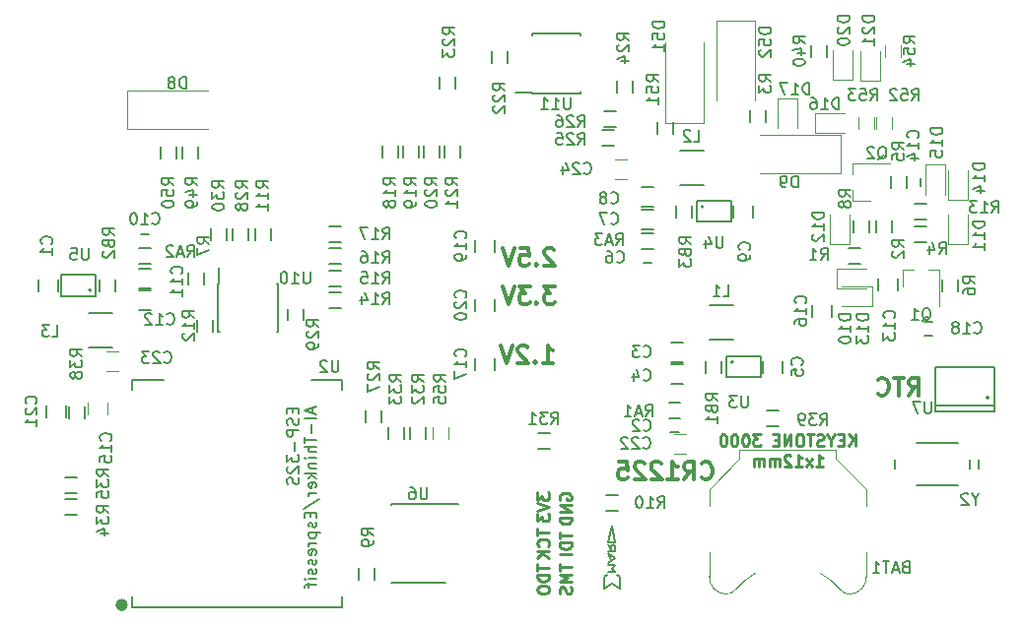
<source format=gbo>
G04 #@! TF.FileFunction,Legend,Bot*
%FSLAX46Y46*%
G04 Gerber Fmt 4.6, Leading zero omitted, Abs format (unit mm)*
G04 Created by KiCad (PCBNEW 4.0.7+dfsg1-1) date Thu Oct 12 14:50:03 2017*
%MOMM*%
%LPD*%
G01*
G04 APERTURE LIST*
%ADD10C,0.100000*%
%ADD11C,0.250000*%
%ADD12C,0.300000*%
%ADD13C,0.150000*%
%ADD14C,0.500000*%
%ADD15C,0.120000*%
%ADD16C,0.200000*%
G04 APERTURE END LIST*
D10*
D11*
X170370715Y-98716381D02*
X170370715Y-97716381D01*
X169799286Y-98716381D02*
X170227858Y-98144952D01*
X169799286Y-97716381D02*
X170370715Y-98287810D01*
X169370715Y-98192571D02*
X169037381Y-98192571D01*
X168894524Y-98716381D02*
X169370715Y-98716381D01*
X169370715Y-97716381D01*
X168894524Y-97716381D01*
X168275477Y-98240190D02*
X168275477Y-98716381D01*
X168608810Y-97716381D02*
X168275477Y-98240190D01*
X167942143Y-97716381D01*
X167656429Y-98668762D02*
X167513572Y-98716381D01*
X167275476Y-98716381D01*
X167180238Y-98668762D01*
X167132619Y-98621143D01*
X167085000Y-98525905D01*
X167085000Y-98430667D01*
X167132619Y-98335429D01*
X167180238Y-98287810D01*
X167275476Y-98240190D01*
X167465953Y-98192571D01*
X167561191Y-98144952D01*
X167608810Y-98097333D01*
X167656429Y-98002095D01*
X167656429Y-97906857D01*
X167608810Y-97811619D01*
X167561191Y-97764000D01*
X167465953Y-97716381D01*
X167227857Y-97716381D01*
X167085000Y-97764000D01*
X166799286Y-97716381D02*
X166227857Y-97716381D01*
X166513572Y-98716381D02*
X166513572Y-97716381D01*
X165704048Y-97716381D02*
X165513571Y-97716381D01*
X165418333Y-97764000D01*
X165323095Y-97859238D01*
X165275476Y-98049714D01*
X165275476Y-98383048D01*
X165323095Y-98573524D01*
X165418333Y-98668762D01*
X165513571Y-98716381D01*
X165704048Y-98716381D01*
X165799286Y-98668762D01*
X165894524Y-98573524D01*
X165942143Y-98383048D01*
X165942143Y-98049714D01*
X165894524Y-97859238D01*
X165799286Y-97764000D01*
X165704048Y-97716381D01*
X164846905Y-98716381D02*
X164846905Y-97716381D01*
X164275476Y-98716381D01*
X164275476Y-97716381D01*
X163799286Y-98192571D02*
X163465952Y-98192571D01*
X163323095Y-98716381D02*
X163799286Y-98716381D01*
X163799286Y-97716381D01*
X163323095Y-97716381D01*
X162227857Y-97716381D02*
X161608809Y-97716381D01*
X161942143Y-98097333D01*
X161799285Y-98097333D01*
X161704047Y-98144952D01*
X161656428Y-98192571D01*
X161608809Y-98287810D01*
X161608809Y-98525905D01*
X161656428Y-98621143D01*
X161704047Y-98668762D01*
X161799285Y-98716381D01*
X162085000Y-98716381D01*
X162180238Y-98668762D01*
X162227857Y-98621143D01*
X160989762Y-97716381D02*
X160894523Y-97716381D01*
X160799285Y-97764000D01*
X160751666Y-97811619D01*
X160704047Y-97906857D01*
X160656428Y-98097333D01*
X160656428Y-98335429D01*
X160704047Y-98525905D01*
X160751666Y-98621143D01*
X160799285Y-98668762D01*
X160894523Y-98716381D01*
X160989762Y-98716381D01*
X161085000Y-98668762D01*
X161132619Y-98621143D01*
X161180238Y-98525905D01*
X161227857Y-98335429D01*
X161227857Y-98097333D01*
X161180238Y-97906857D01*
X161132619Y-97811619D01*
X161085000Y-97764000D01*
X160989762Y-97716381D01*
X160037381Y-97716381D02*
X159942142Y-97716381D01*
X159846904Y-97764000D01*
X159799285Y-97811619D01*
X159751666Y-97906857D01*
X159704047Y-98097333D01*
X159704047Y-98335429D01*
X159751666Y-98525905D01*
X159799285Y-98621143D01*
X159846904Y-98668762D01*
X159942142Y-98716381D01*
X160037381Y-98716381D01*
X160132619Y-98668762D01*
X160180238Y-98621143D01*
X160227857Y-98525905D01*
X160275476Y-98335429D01*
X160275476Y-98097333D01*
X160227857Y-97906857D01*
X160180238Y-97811619D01*
X160132619Y-97764000D01*
X160037381Y-97716381D01*
X159085000Y-97716381D02*
X158989761Y-97716381D01*
X158894523Y-97764000D01*
X158846904Y-97811619D01*
X158799285Y-97906857D01*
X158751666Y-98097333D01*
X158751666Y-98335429D01*
X158799285Y-98525905D01*
X158846904Y-98621143D01*
X158894523Y-98668762D01*
X158989761Y-98716381D01*
X159085000Y-98716381D01*
X159180238Y-98668762D01*
X159227857Y-98621143D01*
X159275476Y-98525905D01*
X159323095Y-98335429D01*
X159323095Y-98097333D01*
X159275476Y-97906857D01*
X159227857Y-97811619D01*
X159180238Y-97764000D01*
X159085000Y-97716381D01*
X166989761Y-100466381D02*
X167561190Y-100466381D01*
X167275476Y-100466381D02*
X167275476Y-99466381D01*
X167370714Y-99609238D01*
X167465952Y-99704476D01*
X167561190Y-99752095D01*
X166656428Y-100466381D02*
X166132618Y-99799714D01*
X166656428Y-99799714D02*
X166132618Y-100466381D01*
X165227856Y-100466381D02*
X165799285Y-100466381D01*
X165513571Y-100466381D02*
X165513571Y-99466381D01*
X165608809Y-99609238D01*
X165704047Y-99704476D01*
X165799285Y-99752095D01*
X164846904Y-99561619D02*
X164799285Y-99514000D01*
X164704047Y-99466381D01*
X164465951Y-99466381D01*
X164370713Y-99514000D01*
X164323094Y-99561619D01*
X164275475Y-99656857D01*
X164275475Y-99752095D01*
X164323094Y-99894952D01*
X164894523Y-100466381D01*
X164275475Y-100466381D01*
X163846904Y-100466381D02*
X163846904Y-99799714D01*
X163846904Y-99894952D02*
X163799285Y-99847333D01*
X163704047Y-99799714D01*
X163561189Y-99799714D01*
X163465951Y-99847333D01*
X163418332Y-99942571D01*
X163418332Y-100466381D01*
X163418332Y-99942571D02*
X163370713Y-99847333D01*
X163275475Y-99799714D01*
X163132618Y-99799714D01*
X163037380Y-99847333D01*
X162989761Y-99942571D01*
X162989761Y-100466381D01*
X162513571Y-100466381D02*
X162513571Y-99799714D01*
X162513571Y-99894952D02*
X162465952Y-99847333D01*
X162370714Y-99799714D01*
X162227856Y-99799714D01*
X162132618Y-99847333D01*
X162084999Y-99942571D01*
X162084999Y-100466381D01*
X162084999Y-99942571D02*
X162037380Y-99847333D01*
X161942142Y-99799714D01*
X161799285Y-99799714D01*
X161704047Y-99847333D01*
X161656428Y-99942571D01*
X161656428Y-100466381D01*
D12*
X157186856Y-101452714D02*
X157258285Y-101524143D01*
X157472571Y-101595571D01*
X157615428Y-101595571D01*
X157829713Y-101524143D01*
X157972571Y-101381286D01*
X158043999Y-101238429D01*
X158115428Y-100952714D01*
X158115428Y-100738429D01*
X158043999Y-100452714D01*
X157972571Y-100309857D01*
X157829713Y-100167000D01*
X157615428Y-100095571D01*
X157472571Y-100095571D01*
X157258285Y-100167000D01*
X157186856Y-100238429D01*
X155686856Y-101595571D02*
X156186856Y-100881286D01*
X156543999Y-101595571D02*
X156543999Y-100095571D01*
X155972571Y-100095571D01*
X155829713Y-100167000D01*
X155758285Y-100238429D01*
X155686856Y-100381286D01*
X155686856Y-100595571D01*
X155758285Y-100738429D01*
X155829713Y-100809857D01*
X155972571Y-100881286D01*
X156543999Y-100881286D01*
X154258285Y-101595571D02*
X155115428Y-101595571D01*
X154686856Y-101595571D02*
X154686856Y-100095571D01*
X154829713Y-100309857D01*
X154972571Y-100452714D01*
X155115428Y-100524143D01*
X153686857Y-100238429D02*
X153615428Y-100167000D01*
X153472571Y-100095571D01*
X153115428Y-100095571D01*
X152972571Y-100167000D01*
X152901142Y-100238429D01*
X152829714Y-100381286D01*
X152829714Y-100524143D01*
X152901142Y-100738429D01*
X153758285Y-101595571D01*
X152829714Y-101595571D01*
X152258286Y-100238429D02*
X152186857Y-100167000D01*
X152044000Y-100095571D01*
X151686857Y-100095571D01*
X151544000Y-100167000D01*
X151472571Y-100238429D01*
X151401143Y-100381286D01*
X151401143Y-100524143D01*
X151472571Y-100738429D01*
X152329714Y-101595571D01*
X151401143Y-101595571D01*
X150044000Y-100095571D02*
X150758286Y-100095571D01*
X150829715Y-100809857D01*
X150758286Y-100738429D01*
X150615429Y-100667000D01*
X150258286Y-100667000D01*
X150115429Y-100738429D01*
X150044000Y-100809857D01*
X149972572Y-100952714D01*
X149972572Y-101309857D01*
X150044000Y-101452714D01*
X150115429Y-101524143D01*
X150258286Y-101595571D01*
X150615429Y-101595571D01*
X150758286Y-101524143D01*
X150829715Y-101452714D01*
X144502857Y-81823429D02*
X144431428Y-81752000D01*
X144288571Y-81680571D01*
X143931428Y-81680571D01*
X143788571Y-81752000D01*
X143717142Y-81823429D01*
X143645714Y-81966286D01*
X143645714Y-82109143D01*
X143717142Y-82323429D01*
X144574285Y-83180571D01*
X143645714Y-83180571D01*
X143002857Y-83037714D02*
X142931429Y-83109143D01*
X143002857Y-83180571D01*
X143074286Y-83109143D01*
X143002857Y-83037714D01*
X143002857Y-83180571D01*
X141574285Y-81680571D02*
X142288571Y-81680571D01*
X142360000Y-82394857D01*
X142288571Y-82323429D01*
X142145714Y-82252000D01*
X141788571Y-82252000D01*
X141645714Y-82323429D01*
X141574285Y-82394857D01*
X141502857Y-82537714D01*
X141502857Y-82894857D01*
X141574285Y-83037714D01*
X141645714Y-83109143D01*
X141788571Y-83180571D01*
X142145714Y-83180571D01*
X142288571Y-83109143D01*
X142360000Y-83037714D01*
X141074286Y-81680571D02*
X140574286Y-83180571D01*
X140074286Y-81680571D01*
X144574285Y-84982571D02*
X143645714Y-84982571D01*
X144145714Y-85554000D01*
X143931428Y-85554000D01*
X143788571Y-85625429D01*
X143717142Y-85696857D01*
X143645714Y-85839714D01*
X143645714Y-86196857D01*
X143717142Y-86339714D01*
X143788571Y-86411143D01*
X143931428Y-86482571D01*
X144360000Y-86482571D01*
X144502857Y-86411143D01*
X144574285Y-86339714D01*
X143002857Y-86339714D02*
X142931429Y-86411143D01*
X143002857Y-86482571D01*
X143074286Y-86411143D01*
X143002857Y-86339714D01*
X143002857Y-86482571D01*
X142431428Y-84982571D02*
X141502857Y-84982571D01*
X142002857Y-85554000D01*
X141788571Y-85554000D01*
X141645714Y-85625429D01*
X141574285Y-85696857D01*
X141502857Y-85839714D01*
X141502857Y-86196857D01*
X141574285Y-86339714D01*
X141645714Y-86411143D01*
X141788571Y-86482571D01*
X142217143Y-86482571D01*
X142360000Y-86411143D01*
X142431428Y-86339714D01*
X141074286Y-84982571D02*
X140574286Y-86482571D01*
X140074286Y-84982571D01*
X143518714Y-91562571D02*
X144375857Y-91562571D01*
X143947285Y-91562571D02*
X143947285Y-90062571D01*
X144090142Y-90276857D01*
X144233000Y-90419714D01*
X144375857Y-90491143D01*
X142875857Y-91419714D02*
X142804429Y-91491143D01*
X142875857Y-91562571D01*
X142947286Y-91491143D01*
X142875857Y-91419714D01*
X142875857Y-91562571D01*
X142233000Y-90205429D02*
X142161571Y-90134000D01*
X142018714Y-90062571D01*
X141661571Y-90062571D01*
X141518714Y-90134000D01*
X141447285Y-90205429D01*
X141375857Y-90348286D01*
X141375857Y-90491143D01*
X141447285Y-90705429D01*
X142304428Y-91562571D01*
X141375857Y-91562571D01*
X140947286Y-90062571D02*
X140447286Y-91562571D01*
X139947286Y-90062571D01*
D11*
X143082381Y-105854286D02*
X143082381Y-106425715D01*
X144082381Y-106140000D02*
X143082381Y-106140000D01*
X143987143Y-107330477D02*
X144034762Y-107282858D01*
X144082381Y-107140001D01*
X144082381Y-107044763D01*
X144034762Y-106901905D01*
X143939524Y-106806667D01*
X143844286Y-106759048D01*
X143653810Y-106711429D01*
X143510952Y-106711429D01*
X143320476Y-106759048D01*
X143225238Y-106806667D01*
X143130000Y-106901905D01*
X143082381Y-107044763D01*
X143082381Y-107140001D01*
X143130000Y-107282858D01*
X143177619Y-107330477D01*
X144082381Y-107759048D02*
X143082381Y-107759048D01*
X144082381Y-108330477D02*
X143510952Y-107901905D01*
X143082381Y-108330477D02*
X143653810Y-107759048D01*
X143082381Y-102726905D02*
X143082381Y-103345953D01*
X143463333Y-103012619D01*
X143463333Y-103155477D01*
X143510952Y-103250715D01*
X143558571Y-103298334D01*
X143653810Y-103345953D01*
X143891905Y-103345953D01*
X143987143Y-103298334D01*
X144034762Y-103250715D01*
X144082381Y-103155477D01*
X144082381Y-102869762D01*
X144034762Y-102774524D01*
X143987143Y-102726905D01*
X143082381Y-103631667D02*
X144082381Y-103965000D01*
X143082381Y-104298334D01*
X143082381Y-104536429D02*
X143082381Y-105155477D01*
X143463333Y-104822143D01*
X143463333Y-104965001D01*
X143510952Y-105060239D01*
X143558571Y-105107858D01*
X143653810Y-105155477D01*
X143891905Y-105155477D01*
X143987143Y-105107858D01*
X144034762Y-105060239D01*
X144082381Y-104965001D01*
X144082381Y-104679286D01*
X144034762Y-104584048D01*
X143987143Y-104536429D01*
X143082381Y-108878476D02*
X143082381Y-109449905D01*
X144082381Y-109164190D02*
X143082381Y-109164190D01*
X144082381Y-109783238D02*
X143082381Y-109783238D01*
X143082381Y-110021333D01*
X143130000Y-110164191D01*
X143225238Y-110259429D01*
X143320476Y-110307048D01*
X143510952Y-110354667D01*
X143653810Y-110354667D01*
X143844286Y-110307048D01*
X143939524Y-110259429D01*
X144034762Y-110164191D01*
X144082381Y-110021333D01*
X144082381Y-109783238D01*
X143082381Y-110973714D02*
X143082381Y-111164191D01*
X143130000Y-111259429D01*
X143225238Y-111354667D01*
X143415714Y-111402286D01*
X143749048Y-111402286D01*
X143939524Y-111354667D01*
X144034762Y-111259429D01*
X144082381Y-111164191D01*
X144082381Y-110973714D01*
X144034762Y-110878476D01*
X143939524Y-110783238D01*
X143749048Y-110735619D01*
X143415714Y-110735619D01*
X143225238Y-110783238D01*
X143130000Y-110878476D01*
X143082381Y-110973714D01*
X145035000Y-103330096D02*
X144987381Y-103234858D01*
X144987381Y-103092001D01*
X145035000Y-102949143D01*
X145130238Y-102853905D01*
X145225476Y-102806286D01*
X145415952Y-102758667D01*
X145558810Y-102758667D01*
X145749286Y-102806286D01*
X145844524Y-102853905D01*
X145939762Y-102949143D01*
X145987381Y-103092001D01*
X145987381Y-103187239D01*
X145939762Y-103330096D01*
X145892143Y-103377715D01*
X145558810Y-103377715D01*
X145558810Y-103187239D01*
X145987381Y-103806286D02*
X144987381Y-103806286D01*
X145987381Y-104377715D01*
X144987381Y-104377715D01*
X145987381Y-104853905D02*
X144987381Y-104853905D01*
X144987381Y-105092000D01*
X145035000Y-105234858D01*
X145130238Y-105330096D01*
X145225476Y-105377715D01*
X145415952Y-105425334D01*
X145558810Y-105425334D01*
X145749286Y-105377715D01*
X145844524Y-105330096D01*
X145939762Y-105234858D01*
X145987381Y-105092000D01*
X145987381Y-104853905D01*
X144987381Y-106116191D02*
X144987381Y-106687620D01*
X145987381Y-106401905D02*
X144987381Y-106401905D01*
X145987381Y-107020953D02*
X144987381Y-107020953D01*
X144987381Y-107259048D01*
X145035000Y-107401906D01*
X145130238Y-107497144D01*
X145225476Y-107544763D01*
X145415952Y-107592382D01*
X145558810Y-107592382D01*
X145749286Y-107544763D01*
X145844524Y-107497144D01*
X145939762Y-107401906D01*
X145987381Y-107259048D01*
X145987381Y-107020953D01*
X145987381Y-108020953D02*
X144987381Y-108020953D01*
X144987381Y-108854667D02*
X144987381Y-109426096D01*
X145987381Y-109140381D02*
X144987381Y-109140381D01*
X145987381Y-109759429D02*
X144987381Y-109759429D01*
X145701667Y-110092763D01*
X144987381Y-110426096D01*
X145987381Y-110426096D01*
X145939762Y-110854667D02*
X145987381Y-110997524D01*
X145987381Y-111235620D01*
X145939762Y-111330858D01*
X145892143Y-111378477D01*
X145796905Y-111426096D01*
X145701667Y-111426096D01*
X145606429Y-111378477D01*
X145558810Y-111330858D01*
X145511190Y-111235620D01*
X145463571Y-111045143D01*
X145415952Y-110949905D01*
X145368333Y-110902286D01*
X145273095Y-110854667D01*
X145177857Y-110854667D01*
X145082619Y-110902286D01*
X145035000Y-110949905D01*
X144987381Y-111045143D01*
X144987381Y-111283239D01*
X145035000Y-111426096D01*
D12*
X174967142Y-94356571D02*
X175467142Y-93642286D01*
X175824285Y-94356571D02*
X175824285Y-92856571D01*
X175252857Y-92856571D01*
X175109999Y-92928000D01*
X175038571Y-92999429D01*
X174967142Y-93142286D01*
X174967142Y-93356571D01*
X175038571Y-93499429D01*
X175109999Y-93570857D01*
X175252857Y-93642286D01*
X175824285Y-93642286D01*
X174538571Y-92856571D02*
X173681428Y-92856571D01*
X174109999Y-94356571D02*
X174109999Y-92856571D01*
X172324285Y-94213714D02*
X172395714Y-94285143D01*
X172610000Y-94356571D01*
X172752857Y-94356571D01*
X172967142Y-94285143D01*
X173110000Y-94142286D01*
X173181428Y-93999429D01*
X173252857Y-93713714D01*
X173252857Y-93499429D01*
X173181428Y-93213714D01*
X173110000Y-93070857D01*
X172967142Y-92928000D01*
X172752857Y-92856571D01*
X172610000Y-92856571D01*
X172395714Y-92928000D01*
X172324285Y-92999429D01*
D13*
X108232500Y-112562000D02*
X108232500Y-111673000D01*
X126266500Y-112562000D02*
X108232500Y-112562000D01*
X126266500Y-111673000D02*
X126266500Y-112562000D01*
X126266500Y-93004000D02*
X126266500Y-93893000D01*
X123663000Y-93004000D02*
X126266500Y-93004000D01*
X108232500Y-93004000D02*
X110963000Y-93004000D01*
X108232500Y-93893000D02*
X108232500Y-93004000D01*
D14*
X107638415Y-112384338D02*
G75*
G03X107638415Y-112384338I-283981J0D01*
G01*
D15*
X157345000Y-70900000D02*
X154045000Y-70900000D01*
X154045000Y-70900000D02*
X154045000Y-64000000D01*
X157345000Y-70900000D02*
X157345000Y-64000000D01*
D13*
X153369000Y-70826000D02*
X153369000Y-71826000D01*
X154719000Y-71826000D02*
X154719000Y-70826000D01*
X157870000Y-89565000D02*
X159870000Y-89565000D01*
X159870000Y-86615000D02*
X157870000Y-86615000D01*
X159886803Y-91500000D02*
G75*
G03X159886803Y-91500000I-111803J0D01*
G01*
X159275000Y-92800000D02*
X162275000Y-92800000D01*
X162275000Y-92800000D02*
X162275000Y-91000000D01*
X162275000Y-91000000D02*
X159275000Y-91000000D01*
X159275000Y-91000000D02*
X159275000Y-92800000D01*
X155330000Y-76230000D02*
X157330000Y-76230000D01*
X157330000Y-73280000D02*
X155330000Y-73280000D01*
X157346803Y-78135000D02*
G75*
G03X157346803Y-78135000I-111803J0D01*
G01*
X156735000Y-79435000D02*
X159735000Y-79435000D01*
X159735000Y-79435000D02*
X159735000Y-77635000D01*
X159735000Y-77635000D02*
X156735000Y-77635000D01*
X156735000Y-77635000D02*
X156735000Y-79435000D01*
X106530000Y-87250000D02*
X104530000Y-87250000D01*
X104530000Y-90200000D02*
X106530000Y-90200000D01*
X104736803Y-85315000D02*
G75*
G03X104736803Y-85315000I-111803J0D01*
G01*
X105125000Y-84015000D02*
X102125000Y-84015000D01*
X102125000Y-84015000D02*
X102125000Y-85815000D01*
X102125000Y-85815000D02*
X105125000Y-85815000D01*
X105125000Y-85815000D02*
X105125000Y-84015000D01*
X100235000Y-85415000D02*
X100235000Y-84415000D01*
X101935000Y-84415000D02*
X101935000Y-85415000D01*
X155560000Y-91480000D02*
X154560000Y-91480000D01*
X154560000Y-89780000D02*
X155560000Y-89780000D01*
X155560000Y-93385000D02*
X154560000Y-93385000D01*
X154560000Y-91685000D02*
X155560000Y-91685000D01*
X164165000Y-91400000D02*
X164165000Y-92400000D01*
X162465000Y-92400000D02*
X162465000Y-91400000D01*
X153020000Y-80050000D02*
X152020000Y-80050000D01*
X152020000Y-78350000D02*
X153020000Y-78350000D01*
X153020000Y-78145000D02*
X152020000Y-78145000D01*
X152020000Y-76445000D02*
X153020000Y-76445000D01*
X161625000Y-78065000D02*
X161625000Y-79065000D01*
X159925000Y-79065000D02*
X159925000Y-78065000D01*
X108840000Y-83430000D02*
X109840000Y-83430000D01*
X109840000Y-85130000D02*
X108840000Y-85130000D01*
X108840000Y-85335000D02*
X109840000Y-85335000D01*
X109840000Y-87035000D02*
X108840000Y-87035000D01*
X181857000Y-94567000D02*
G75*
G03X181857000Y-94567000I-127000J0D01*
G01*
X182365000Y-95202000D02*
X177285000Y-95202000D01*
X182365000Y-91900000D02*
X177285000Y-91900000D01*
X182365000Y-95710000D02*
X177285000Y-95710000D01*
X182365000Y-95710000D02*
X182365000Y-91900000D01*
X177285000Y-95710000D02*
X177285000Y-91900000D01*
X174071000Y-84288000D02*
X174071000Y-85288000D01*
X172371000Y-85288000D02*
X172371000Y-84288000D01*
D15*
X174435000Y-83520000D02*
X175365000Y-83520000D01*
X177595000Y-83520000D02*
X176665000Y-83520000D01*
X177595000Y-83520000D02*
X177595000Y-86680000D01*
X174435000Y-83520000D02*
X174435000Y-84980000D01*
X170175000Y-77605000D02*
X170175000Y-76675000D01*
X170175000Y-74445000D02*
X170175000Y-75375000D01*
X170175000Y-74445000D02*
X173335000Y-74445000D01*
X170175000Y-77605000D02*
X171635000Y-77605000D01*
D13*
X154510000Y-97510000D02*
X155210000Y-97510000D01*
X155210000Y-96310000D02*
X154510000Y-96310000D01*
X152170000Y-82975000D02*
X152870000Y-82975000D01*
X152870000Y-81775000D02*
X152170000Y-81775000D01*
X109690000Y-80505000D02*
X108990000Y-80505000D01*
X108990000Y-81705000D02*
X109690000Y-81705000D01*
X174780000Y-75675000D02*
X174780000Y-76375000D01*
X175980000Y-76375000D02*
X175980000Y-75675000D01*
X170800000Y-81700000D02*
X169800000Y-81700000D01*
X169800000Y-83050000D02*
X170800000Y-83050000D01*
X172165000Y-79335000D02*
X172165000Y-80335000D01*
X173515000Y-80335000D02*
X173515000Y-79335000D01*
X175515000Y-81145000D02*
X176515000Y-81145000D01*
X176515000Y-79795000D02*
X175515000Y-79795000D01*
X174785000Y-76525000D02*
X174785000Y-75525000D01*
X173435000Y-75525000D02*
X173435000Y-76525000D01*
X179230000Y-85415000D02*
X179230000Y-84415000D01*
X177880000Y-84415000D02*
X177880000Y-85415000D01*
X114460000Y-84780000D02*
X114460000Y-83780000D01*
X113110000Y-83780000D02*
X113110000Y-84780000D01*
X170260000Y-79335000D02*
X170260000Y-80335000D01*
X171610000Y-80335000D02*
X171610000Y-79335000D01*
X129065000Y-110180000D02*
X129065000Y-109180000D01*
X127715000Y-109180000D02*
X127715000Y-110180000D01*
X148972000Y-104259000D02*
X149972000Y-104259000D01*
X149972000Y-102909000D02*
X148972000Y-102909000D01*
X175515000Y-79240000D02*
X176515000Y-79240000D01*
X176515000Y-77890000D02*
X175515000Y-77890000D01*
X155360000Y-94965000D02*
X154360000Y-94965000D01*
X154360000Y-96315000D02*
X155360000Y-96315000D01*
X108840000Y-83050000D02*
X109840000Y-83050000D01*
X109840000Y-81700000D02*
X108840000Y-81700000D01*
X153020000Y-80430000D02*
X152020000Y-80430000D01*
X152020000Y-81780000D02*
X153020000Y-81780000D01*
X158910000Y-92400000D02*
X158910000Y-91400000D01*
X157560000Y-91400000D02*
X157560000Y-92400000D01*
X105490000Y-84415000D02*
X105490000Y-85415000D01*
X106840000Y-85415000D02*
X106840000Y-84415000D01*
X156370000Y-79065000D02*
X156370000Y-78065000D01*
X155020000Y-78065000D02*
X155020000Y-79065000D01*
X125182000Y-86860000D02*
X126182000Y-86860000D01*
X126182000Y-85510000D02*
X125182000Y-85510000D01*
X125182000Y-84954000D02*
X126182000Y-84954000D01*
X126182000Y-83604000D02*
X125182000Y-83604000D01*
X125182000Y-83050000D02*
X126182000Y-83050000D01*
X126182000Y-81700000D02*
X125182000Y-81700000D01*
X125182000Y-81145000D02*
X126182000Y-81145000D01*
X126182000Y-79795000D02*
X125182000Y-79795000D01*
X129747000Y-72858000D02*
X129747000Y-73858000D01*
X131097000Y-73858000D02*
X131097000Y-72858000D01*
X131525000Y-72858000D02*
X131525000Y-73858000D01*
X132875000Y-73858000D02*
X132875000Y-72858000D01*
X133303000Y-72858000D02*
X133303000Y-73858000D01*
X134653000Y-73858000D02*
X134653000Y-72858000D01*
X135081000Y-72858000D02*
X135081000Y-73858000D01*
X136431000Y-73858000D02*
X136431000Y-72858000D01*
X115655000Y-84745000D02*
X115705000Y-84745000D01*
X115655000Y-88895000D02*
X115800000Y-88895000D01*
X120805000Y-88895000D02*
X120660000Y-88895000D01*
X120805000Y-84745000D02*
X120660000Y-84745000D01*
X115655000Y-84745000D02*
X115655000Y-88895000D01*
X120805000Y-84745000D02*
X120805000Y-88895000D01*
X115705000Y-84745000D02*
X115705000Y-83345000D01*
X176300000Y-89198000D02*
X177000000Y-89198000D01*
X177000000Y-87998000D02*
X176300000Y-87998000D01*
X142605000Y-68375000D02*
X142605000Y-68325000D01*
X146755000Y-68375000D02*
X146755000Y-68230000D01*
X146755000Y-63225000D02*
X146755000Y-63370000D01*
X142605000Y-63225000D02*
X142605000Y-63370000D01*
X142605000Y-68375000D02*
X146755000Y-68375000D01*
X142605000Y-63225000D02*
X146755000Y-63225000D01*
X142605000Y-68325000D02*
X141205000Y-68325000D01*
X161370000Y-69810000D02*
X161370000Y-70810000D01*
X162720000Y-70810000D02*
X162720000Y-69810000D01*
X139145000Y-64730000D02*
X139145000Y-65730000D01*
X140495000Y-65730000D02*
X140495000Y-64730000D01*
X134700000Y-66932000D02*
X134700000Y-67932000D01*
X136050000Y-67932000D02*
X136050000Y-66932000D01*
X149940000Y-67270000D02*
X149940000Y-68270000D01*
X151290000Y-68270000D02*
X151290000Y-67270000D01*
X148675000Y-72890000D02*
X149675000Y-72890000D01*
X149675000Y-71540000D02*
X148675000Y-71540000D01*
X148780000Y-71275000D02*
X149780000Y-71275000D01*
X149780000Y-69925000D02*
X148780000Y-69925000D01*
X130510000Y-103690000D02*
X130510000Y-103790000D01*
X130510000Y-110515000D02*
X130510000Y-110490000D01*
X135160000Y-110515000D02*
X135160000Y-110490000D01*
X136235000Y-103690000D02*
X130510000Y-103690000D01*
X135160000Y-110515000D02*
X130510000Y-110515000D01*
X120175000Y-80970000D02*
X120175000Y-79970000D01*
X118825000Y-79970000D02*
X118825000Y-80970000D01*
X113805000Y-87900000D02*
X113805000Y-88900000D01*
X115155000Y-88900000D02*
X115155000Y-87900000D01*
X128350000Y-95675000D02*
X128350000Y-96675000D01*
X129700000Y-96675000D02*
X129700000Y-95675000D01*
X118270000Y-80970000D02*
X118270000Y-79970000D01*
X116920000Y-79970000D02*
X116920000Y-80970000D01*
X122955000Y-87900000D02*
X122955000Y-86900000D01*
X121605000Y-86900000D02*
X121605000Y-87900000D01*
X116365000Y-80970000D02*
X116365000Y-79970000D01*
X115015000Y-79970000D02*
X115015000Y-80970000D01*
X143130000Y-98925000D02*
X144130000Y-98925000D01*
X144130000Y-97575000D02*
X143130000Y-97575000D01*
X132160000Y-97115000D02*
X132160000Y-98115000D01*
X133510000Y-98115000D02*
X133510000Y-97115000D01*
X130255000Y-97115000D02*
X130255000Y-98115000D01*
X131605000Y-98115000D02*
X131605000Y-97115000D01*
X103490000Y-103290000D02*
X102490000Y-103290000D01*
X102490000Y-104640000D02*
X103490000Y-104640000D01*
X103490000Y-101385000D02*
X102490000Y-101385000D01*
X102490000Y-102735000D02*
X103490000Y-102735000D01*
X102823000Y-95294000D02*
X102823000Y-96294000D01*
X104173000Y-96294000D02*
X104173000Y-95294000D01*
X168356000Y-86574000D02*
X168356000Y-87574000D01*
X166656000Y-87574000D02*
X166656000Y-86574000D01*
X162815000Y-97020000D02*
X163815000Y-97020000D01*
X163815000Y-95670000D02*
X162815000Y-95670000D01*
X166577000Y-64222000D02*
X166577000Y-65222000D01*
X167927000Y-65222000D02*
X167927000Y-64222000D01*
X137700000Y-92146000D02*
X137700000Y-91146000D01*
X139400000Y-91146000D02*
X139400000Y-92146000D01*
X139400000Y-80986000D02*
X139400000Y-81986000D01*
X137700000Y-81986000D02*
X137700000Y-80986000D01*
X137700000Y-87066000D02*
X137700000Y-86066000D01*
X139400000Y-86066000D02*
X139400000Y-87066000D01*
X100870000Y-96210000D02*
X100870000Y-95210000D01*
X102570000Y-95210000D02*
X102570000Y-96210000D01*
X112602000Y-72985000D02*
X112602000Y-73985000D01*
X113952000Y-73985000D02*
X113952000Y-72985000D01*
X110697000Y-72985000D02*
X110697000Y-73985000D01*
X112047000Y-73985000D02*
X112047000Y-72985000D01*
D15*
X172160000Y-70445000D02*
X172160000Y-71445000D01*
X173520000Y-71445000D02*
X173520000Y-70445000D01*
X170636000Y-70445000D02*
X170636000Y-71445000D01*
X171996000Y-71445000D02*
X171996000Y-70445000D01*
D13*
X173812000Y-99882000D02*
X173812000Y-100682000D01*
X179212000Y-98482000D02*
X175612000Y-98482000D01*
X179212000Y-102082000D02*
X175612000Y-102082000D01*
X180212000Y-99882000D02*
X180212000Y-100682000D01*
X181012000Y-99882000D02*
X181012000Y-100682000D01*
D15*
X176435000Y-74525000D02*
X178135000Y-74525000D01*
X178135000Y-74525000D02*
X178135000Y-77075000D01*
X176435000Y-74525000D02*
X176435000Y-77075000D01*
X106126000Y-94956000D02*
X106126000Y-95956000D01*
X104426000Y-95956000D02*
X104426000Y-94956000D01*
X168800000Y-85130000D02*
X168800000Y-83430000D01*
X168800000Y-83430000D02*
X171350000Y-83430000D01*
X168800000Y-85130000D02*
X171350000Y-85130000D01*
X180040000Y-81335000D02*
X178340000Y-81335000D01*
X178340000Y-81335000D02*
X178340000Y-78785000D01*
X180040000Y-81335000D02*
X180040000Y-78785000D01*
X169880000Y-81335000D02*
X168180000Y-81335000D01*
X168180000Y-81335000D02*
X168180000Y-78785000D01*
X169880000Y-81335000D02*
X169880000Y-78785000D01*
X171800000Y-84954000D02*
X171800000Y-86654000D01*
X171800000Y-86654000D02*
X169250000Y-86654000D01*
X171800000Y-84954000D02*
X169250000Y-84954000D01*
X180040000Y-77525000D02*
X178340000Y-77525000D01*
X178340000Y-77525000D02*
X178340000Y-74975000D01*
X180040000Y-77525000D02*
X180040000Y-74975000D01*
X166895000Y-71795000D02*
X166895000Y-70095000D01*
X166895000Y-70095000D02*
X169445000Y-70095000D01*
X166895000Y-71795000D02*
X169445000Y-71795000D01*
X163735000Y-68810000D02*
X165435000Y-68810000D01*
X165435000Y-68810000D02*
X165435000Y-71360000D01*
X163735000Y-68810000D02*
X163735000Y-71360000D01*
X170134000Y-67238000D02*
X168434000Y-67238000D01*
X168434000Y-67238000D02*
X168434000Y-64688000D01*
X170134000Y-67238000D02*
X170134000Y-64688000D01*
X172547000Y-67331000D02*
X170847000Y-67331000D01*
X170847000Y-67331000D02*
X170847000Y-64781000D01*
X172547000Y-67331000D02*
X172547000Y-64781000D01*
X107861000Y-71452000D02*
X107861000Y-68152000D01*
X107861000Y-68152000D02*
X114761000Y-68152000D01*
X107861000Y-71452000D02*
X114761000Y-71452000D01*
X169112000Y-71962000D02*
X169112000Y-75262000D01*
X169112000Y-75262000D02*
X162212000Y-75262000D01*
X169112000Y-71962000D02*
X162212000Y-71962000D01*
X158490000Y-62100000D02*
X161790000Y-62100000D01*
X161790000Y-62100000D02*
X161790000Y-69000000D01*
X158490000Y-62100000D02*
X158490000Y-69000000D01*
X155814000Y-99354000D02*
X154814000Y-99354000D01*
X154814000Y-97654000D02*
X155814000Y-97654000D01*
X106046000Y-90542000D02*
X107046000Y-90542000D01*
X107046000Y-92242000D02*
X106046000Y-92242000D01*
X149734000Y-74032000D02*
X150734000Y-74032000D01*
X150734000Y-75732000D02*
X149734000Y-75732000D01*
X172922000Y-64222000D02*
X172922000Y-65222000D01*
X174282000Y-65222000D02*
X174282000Y-64222000D01*
X135420000Y-98115000D02*
X135420000Y-97115000D01*
X134060000Y-97115000D02*
X134060000Y-98115000D01*
D13*
X148772000Y-109969000D02*
X149072000Y-109769000D01*
X150172000Y-109969000D02*
X149872000Y-109769000D01*
X148772000Y-110969000D02*
X148772000Y-109969000D01*
X149472000Y-110569000D02*
X148772000Y-110969000D01*
X150172000Y-110969000D02*
X149472000Y-110569000D01*
X150172000Y-109969000D02*
X150172000Y-110969000D01*
X149472000Y-105569000D02*
X149172000Y-106969000D01*
X149772000Y-106969000D02*
X149472000Y-105569000D01*
X149172000Y-106969000D02*
X149772000Y-106969000D01*
X149172000Y-107169000D02*
X149372000Y-107669000D01*
X149372000Y-107369000D02*
X149372000Y-107769000D01*
X149572000Y-107169000D02*
X149372000Y-107369000D01*
X149772000Y-107369000D02*
X149572000Y-107169000D01*
X149772000Y-107769000D02*
X149772000Y-107369000D01*
X149172000Y-107769000D02*
X149772000Y-107769000D01*
X149172000Y-107969000D02*
X149372000Y-108569000D01*
X149772000Y-108369000D02*
X149172000Y-107969000D01*
X149172000Y-108769000D02*
X149772000Y-108369000D01*
X149772000Y-108969000D02*
X149172000Y-108969000D01*
X149472000Y-109269000D02*
X149772000Y-108969000D01*
X149772000Y-109569000D02*
X149472000Y-109269000D01*
X149172000Y-109569000D02*
X149772000Y-109569000D01*
D15*
X160091264Y-111074552D02*
G75*
G02X161785000Y-109670000I4493736J-3695448D01*
G01*
X167317553Y-109624793D02*
G75*
G02X169085000Y-111070000I-2732553J-5145207D01*
G01*
X159170385Y-111454160D02*
G75*
G03X160085000Y-111070000I124615J984160D01*
G01*
X169999615Y-111454160D02*
G75*
G02X169085000Y-111070000I-124615J984160D01*
G01*
X157835000Y-109920000D02*
G75*
G03X159285000Y-111470000I1500000J-50000D01*
G01*
X171335000Y-109920000D02*
G75*
G02X169885000Y-111470000I-1500000J-50000D01*
G01*
X157835000Y-107870000D02*
X157835000Y-109970000D01*
X171335000Y-107870000D02*
X171335000Y-109970000D01*
X171335000Y-103870000D02*
X171335000Y-102420000D01*
X171335000Y-102420000D02*
X168735000Y-99820000D01*
X168735000Y-99820000D02*
X168735000Y-99020000D01*
X168735000Y-99020000D02*
X160435000Y-99020000D01*
X160435000Y-99020000D02*
X160435000Y-99820000D01*
X160435000Y-99820000D02*
X157835000Y-102420000D01*
X157835000Y-102420000D02*
X157835000Y-103870000D01*
D13*
X125976905Y-91352381D02*
X125976905Y-92161905D01*
X125929286Y-92257143D01*
X125881667Y-92304762D01*
X125786429Y-92352381D01*
X125595952Y-92352381D01*
X125500714Y-92304762D01*
X125453095Y-92257143D01*
X125405476Y-92161905D01*
X125405476Y-91352381D01*
X124976905Y-91447619D02*
X124929286Y-91400000D01*
X124834048Y-91352381D01*
X124595952Y-91352381D01*
X124500714Y-91400000D01*
X124453095Y-91447619D01*
X124405476Y-91542857D01*
X124405476Y-91638095D01*
X124453095Y-91780952D01*
X125024524Y-92352381D01*
X124405476Y-92352381D01*
X123779667Y-95446333D02*
X123779667Y-95922524D01*
X124065381Y-95351095D02*
X123065381Y-95684428D01*
X124065381Y-96017762D01*
X124065381Y-96351095D02*
X123065381Y-96351095D01*
X123684429Y-96827285D02*
X123684429Y-97589190D01*
X123065381Y-97922523D02*
X123065381Y-98493952D01*
X124065381Y-98208237D02*
X123065381Y-98208237D01*
X124065381Y-98827285D02*
X123065381Y-98827285D01*
X124065381Y-99255857D02*
X123541571Y-99255857D01*
X123446333Y-99208238D01*
X123398714Y-99113000D01*
X123398714Y-98970142D01*
X123446333Y-98874904D01*
X123493952Y-98827285D01*
X124065381Y-99732047D02*
X123398714Y-99732047D01*
X123065381Y-99732047D02*
X123113000Y-99684428D01*
X123160619Y-99732047D01*
X123113000Y-99779666D01*
X123065381Y-99732047D01*
X123160619Y-99732047D01*
X123398714Y-100208237D02*
X124065381Y-100208237D01*
X123493952Y-100208237D02*
X123446333Y-100255856D01*
X123398714Y-100351094D01*
X123398714Y-100493952D01*
X123446333Y-100589190D01*
X123541571Y-100636809D01*
X124065381Y-100636809D01*
X124065381Y-101112999D02*
X123065381Y-101112999D01*
X123684429Y-101208237D02*
X124065381Y-101493952D01*
X123398714Y-101493952D02*
X123779667Y-101112999D01*
X124017762Y-102303476D02*
X124065381Y-102208238D01*
X124065381Y-102017761D01*
X124017762Y-101922523D01*
X123922524Y-101874904D01*
X123541571Y-101874904D01*
X123446333Y-101922523D01*
X123398714Y-102017761D01*
X123398714Y-102208238D01*
X123446333Y-102303476D01*
X123541571Y-102351095D01*
X123636810Y-102351095D01*
X123732048Y-101874904D01*
X124065381Y-102779666D02*
X123398714Y-102779666D01*
X123589190Y-102779666D02*
X123493952Y-102827285D01*
X123446333Y-102874904D01*
X123398714Y-102970142D01*
X123398714Y-103065381D01*
X123017762Y-104113000D02*
X124303476Y-103255857D01*
X123541571Y-104446333D02*
X123541571Y-104779667D01*
X124065381Y-104922524D02*
X124065381Y-104446333D01*
X123065381Y-104446333D01*
X123065381Y-104922524D01*
X124017762Y-105303476D02*
X124065381Y-105398714D01*
X124065381Y-105589190D01*
X124017762Y-105684429D01*
X123922524Y-105732048D01*
X123874905Y-105732048D01*
X123779667Y-105684429D01*
X123732048Y-105589190D01*
X123732048Y-105446333D01*
X123684429Y-105351095D01*
X123589190Y-105303476D01*
X123541571Y-105303476D01*
X123446333Y-105351095D01*
X123398714Y-105446333D01*
X123398714Y-105589190D01*
X123446333Y-105684429D01*
X123398714Y-106160619D02*
X124398714Y-106160619D01*
X123446333Y-106160619D02*
X123398714Y-106255857D01*
X123398714Y-106446334D01*
X123446333Y-106541572D01*
X123493952Y-106589191D01*
X123589190Y-106636810D01*
X123874905Y-106636810D01*
X123970143Y-106589191D01*
X124017762Y-106541572D01*
X124065381Y-106446334D01*
X124065381Y-106255857D01*
X124017762Y-106160619D01*
X124065381Y-107065381D02*
X123398714Y-107065381D01*
X123589190Y-107065381D02*
X123493952Y-107113000D01*
X123446333Y-107160619D01*
X123398714Y-107255857D01*
X123398714Y-107351096D01*
X124017762Y-108065382D02*
X124065381Y-107970144D01*
X124065381Y-107779667D01*
X124017762Y-107684429D01*
X123922524Y-107636810D01*
X123541571Y-107636810D01*
X123446333Y-107684429D01*
X123398714Y-107779667D01*
X123398714Y-107970144D01*
X123446333Y-108065382D01*
X123541571Y-108113001D01*
X123636810Y-108113001D01*
X123732048Y-107636810D01*
X124017762Y-108493953D02*
X124065381Y-108589191D01*
X124065381Y-108779667D01*
X124017762Y-108874906D01*
X123922524Y-108922525D01*
X123874905Y-108922525D01*
X123779667Y-108874906D01*
X123732048Y-108779667D01*
X123732048Y-108636810D01*
X123684429Y-108541572D01*
X123589190Y-108493953D01*
X123541571Y-108493953D01*
X123446333Y-108541572D01*
X123398714Y-108636810D01*
X123398714Y-108779667D01*
X123446333Y-108874906D01*
X124017762Y-109303477D02*
X124065381Y-109398715D01*
X124065381Y-109589191D01*
X124017762Y-109684430D01*
X123922524Y-109732049D01*
X123874905Y-109732049D01*
X123779667Y-109684430D01*
X123732048Y-109589191D01*
X123732048Y-109446334D01*
X123684429Y-109351096D01*
X123589190Y-109303477D01*
X123541571Y-109303477D01*
X123446333Y-109351096D01*
X123398714Y-109446334D01*
X123398714Y-109589191D01*
X123446333Y-109684430D01*
X124065381Y-110160620D02*
X123398714Y-110160620D01*
X123065381Y-110160620D02*
X123113000Y-110113001D01*
X123160619Y-110160620D01*
X123113000Y-110208239D01*
X123065381Y-110160620D01*
X123160619Y-110160620D01*
X123398714Y-110493953D02*
X123398714Y-110874905D01*
X124065381Y-110636810D02*
X123208238Y-110636810D01*
X123113000Y-110684429D01*
X123065381Y-110779667D01*
X123065381Y-110874905D01*
X122041571Y-95474905D02*
X122041571Y-95808239D01*
X122565381Y-95951096D02*
X122565381Y-95474905D01*
X121565381Y-95474905D01*
X121565381Y-95951096D01*
X122517762Y-96332048D02*
X122565381Y-96474905D01*
X122565381Y-96713001D01*
X122517762Y-96808239D01*
X122470143Y-96855858D01*
X122374905Y-96903477D01*
X122279667Y-96903477D01*
X122184429Y-96855858D01*
X122136810Y-96808239D01*
X122089190Y-96713001D01*
X122041571Y-96522524D01*
X121993952Y-96427286D01*
X121946333Y-96379667D01*
X121851095Y-96332048D01*
X121755857Y-96332048D01*
X121660619Y-96379667D01*
X121613000Y-96427286D01*
X121565381Y-96522524D01*
X121565381Y-96760620D01*
X121613000Y-96903477D01*
X122565381Y-97332048D02*
X121565381Y-97332048D01*
X121565381Y-97713001D01*
X121613000Y-97808239D01*
X121660619Y-97855858D01*
X121755857Y-97903477D01*
X121898714Y-97903477D01*
X121993952Y-97855858D01*
X122041571Y-97808239D01*
X122089190Y-97713001D01*
X122089190Y-97332048D01*
X122184429Y-98332048D02*
X122184429Y-99093953D01*
X121565381Y-99474905D02*
X121565381Y-100093953D01*
X121946333Y-99760619D01*
X121946333Y-99903477D01*
X121993952Y-99998715D01*
X122041571Y-100046334D01*
X122136810Y-100093953D01*
X122374905Y-100093953D01*
X122470143Y-100046334D01*
X122517762Y-99998715D01*
X122565381Y-99903477D01*
X122565381Y-99617762D01*
X122517762Y-99522524D01*
X122470143Y-99474905D01*
X121660619Y-100474905D02*
X121613000Y-100522524D01*
X121565381Y-100617762D01*
X121565381Y-100855858D01*
X121613000Y-100951096D01*
X121660619Y-100998715D01*
X121755857Y-101046334D01*
X121851095Y-101046334D01*
X121993952Y-100998715D01*
X122565381Y-100427286D01*
X122565381Y-101046334D01*
X122517762Y-101427286D02*
X122565381Y-101570143D01*
X122565381Y-101808239D01*
X122517762Y-101903477D01*
X122470143Y-101951096D01*
X122374905Y-101998715D01*
X122279667Y-101998715D01*
X122184429Y-101951096D01*
X122136810Y-101903477D01*
X122089190Y-101808239D01*
X122041571Y-101617762D01*
X121993952Y-101522524D01*
X121946333Y-101474905D01*
X121851095Y-101427286D01*
X121755857Y-101427286D01*
X121660619Y-101474905D01*
X121613000Y-101522524D01*
X121565381Y-101617762D01*
X121565381Y-101855858D01*
X121613000Y-101998715D01*
X153988381Y-62237714D02*
X152988381Y-62237714D01*
X152988381Y-62475809D01*
X153036000Y-62618667D01*
X153131238Y-62713905D01*
X153226476Y-62761524D01*
X153416952Y-62809143D01*
X153559810Y-62809143D01*
X153750286Y-62761524D01*
X153845524Y-62713905D01*
X153940762Y-62618667D01*
X153988381Y-62475809D01*
X153988381Y-62237714D01*
X152988381Y-63713905D02*
X152988381Y-63237714D01*
X153464571Y-63190095D01*
X153416952Y-63237714D01*
X153369333Y-63332952D01*
X153369333Y-63571048D01*
X153416952Y-63666286D01*
X153464571Y-63713905D01*
X153559810Y-63761524D01*
X153797905Y-63761524D01*
X153893143Y-63713905D01*
X153940762Y-63666286D01*
X153988381Y-63571048D01*
X153988381Y-63332952D01*
X153940762Y-63237714D01*
X153893143Y-63190095D01*
X153988381Y-64713905D02*
X153988381Y-64142476D01*
X153988381Y-64428190D02*
X152988381Y-64428190D01*
X153131238Y-64332952D01*
X153226476Y-64237714D01*
X153274095Y-64142476D01*
X153480381Y-67381143D02*
X153004190Y-67047809D01*
X153480381Y-66809714D02*
X152480381Y-66809714D01*
X152480381Y-67190667D01*
X152528000Y-67285905D01*
X152575619Y-67333524D01*
X152670857Y-67381143D01*
X152813714Y-67381143D01*
X152908952Y-67333524D01*
X152956571Y-67285905D01*
X153004190Y-67190667D01*
X153004190Y-66809714D01*
X152480381Y-68285905D02*
X152480381Y-67809714D01*
X152956571Y-67762095D01*
X152908952Y-67809714D01*
X152861333Y-67904952D01*
X152861333Y-68143048D01*
X152908952Y-68238286D01*
X152956571Y-68285905D01*
X153051810Y-68333524D01*
X153289905Y-68333524D01*
X153385143Y-68285905D01*
X153432762Y-68238286D01*
X153480381Y-68143048D01*
X153480381Y-67904952D01*
X153432762Y-67809714D01*
X153385143Y-67762095D01*
X153480381Y-69285905D02*
X153480381Y-68714476D01*
X153480381Y-69000190D02*
X152480381Y-69000190D01*
X152623238Y-68904952D01*
X152718476Y-68809714D01*
X152766095Y-68714476D01*
X159036666Y-85842381D02*
X159512857Y-85842381D01*
X159512857Y-84842381D01*
X158179523Y-85842381D02*
X158750952Y-85842381D01*
X158465238Y-85842381D02*
X158465238Y-84842381D01*
X158560476Y-84985238D01*
X158655714Y-85080476D01*
X158750952Y-85128095D01*
D16*
X161155905Y-94400381D02*
X161155905Y-95209905D01*
X161108286Y-95305143D01*
X161060667Y-95352762D01*
X160965429Y-95400381D01*
X160774952Y-95400381D01*
X160679714Y-95352762D01*
X160632095Y-95305143D01*
X160584476Y-95209905D01*
X160584476Y-94400381D01*
X160203524Y-94400381D02*
X159584476Y-94400381D01*
X159917810Y-94781333D01*
X159774952Y-94781333D01*
X159679714Y-94828952D01*
X159632095Y-94876571D01*
X159584476Y-94971810D01*
X159584476Y-95209905D01*
X159632095Y-95305143D01*
X159679714Y-95352762D01*
X159774952Y-95400381D01*
X160060667Y-95400381D01*
X160155905Y-95352762D01*
X160203524Y-95305143D01*
D13*
X156496666Y-72507381D02*
X156972857Y-72507381D01*
X156972857Y-71507381D01*
X156210952Y-71602619D02*
X156163333Y-71555000D01*
X156068095Y-71507381D01*
X155829999Y-71507381D01*
X155734761Y-71555000D01*
X155687142Y-71602619D01*
X155639523Y-71697857D01*
X155639523Y-71793095D01*
X155687142Y-71935952D01*
X156258571Y-72507381D01*
X155639523Y-72507381D01*
D16*
X158996905Y-80684381D02*
X158996905Y-81493905D01*
X158949286Y-81589143D01*
X158901667Y-81636762D01*
X158806429Y-81684381D01*
X158615952Y-81684381D01*
X158520714Y-81636762D01*
X158473095Y-81589143D01*
X158425476Y-81493905D01*
X158425476Y-80684381D01*
X157520714Y-81017714D02*
X157520714Y-81684381D01*
X157758810Y-80636762D02*
X157996905Y-81351048D01*
X157377857Y-81351048D01*
D13*
X101378666Y-89304381D02*
X101854857Y-89304381D01*
X101854857Y-88304381D01*
X101140571Y-88304381D02*
X100521523Y-88304381D01*
X100854857Y-88685333D01*
X100711999Y-88685333D01*
X100616761Y-88732952D01*
X100569142Y-88780571D01*
X100521523Y-88875810D01*
X100521523Y-89113905D01*
X100569142Y-89209143D01*
X100616761Y-89256762D01*
X100711999Y-89304381D01*
X100997714Y-89304381D01*
X101092952Y-89256762D01*
X101140571Y-89209143D01*
D16*
X104513905Y-81700381D02*
X104513905Y-82509905D01*
X104466286Y-82605143D01*
X104418667Y-82652762D01*
X104323429Y-82700381D01*
X104132952Y-82700381D01*
X104037714Y-82652762D01*
X103990095Y-82605143D01*
X103942476Y-82509905D01*
X103942476Y-81700381D01*
X102990095Y-81700381D02*
X103466286Y-81700381D01*
X103513905Y-82176571D01*
X103466286Y-82128952D01*
X103371048Y-82081333D01*
X103132952Y-82081333D01*
X103037714Y-82128952D01*
X102990095Y-82176571D01*
X102942476Y-82271810D01*
X102942476Y-82509905D01*
X102990095Y-82605143D01*
X103037714Y-82652762D01*
X103132952Y-82700381D01*
X103371048Y-82700381D01*
X103466286Y-82652762D01*
X103513905Y-82605143D01*
D13*
X101315143Y-81319334D02*
X101362762Y-81271715D01*
X101410381Y-81128858D01*
X101410381Y-81033620D01*
X101362762Y-80890762D01*
X101267524Y-80795524D01*
X101172286Y-80747905D01*
X100981810Y-80700286D01*
X100838952Y-80700286D01*
X100648476Y-80747905D01*
X100553238Y-80795524D01*
X100458000Y-80890762D01*
X100410381Y-81033620D01*
X100410381Y-81128858D01*
X100458000Y-81271715D01*
X100505619Y-81319334D01*
X101410381Y-82271715D02*
X101410381Y-81700286D01*
X101410381Y-81986000D02*
X100410381Y-81986000D01*
X100553238Y-81890762D01*
X100648476Y-81795524D01*
X100696095Y-81700286D01*
X152178666Y-90987143D02*
X152226285Y-91034762D01*
X152369142Y-91082381D01*
X152464380Y-91082381D01*
X152607238Y-91034762D01*
X152702476Y-90939524D01*
X152750095Y-90844286D01*
X152797714Y-90653810D01*
X152797714Y-90510952D01*
X152750095Y-90320476D01*
X152702476Y-90225238D01*
X152607238Y-90130000D01*
X152464380Y-90082381D01*
X152369142Y-90082381D01*
X152226285Y-90130000D01*
X152178666Y-90177619D01*
X151845333Y-90082381D02*
X151226285Y-90082381D01*
X151559619Y-90463333D01*
X151416761Y-90463333D01*
X151321523Y-90510952D01*
X151273904Y-90558571D01*
X151226285Y-90653810D01*
X151226285Y-90891905D01*
X151273904Y-90987143D01*
X151321523Y-91034762D01*
X151416761Y-91082381D01*
X151702476Y-91082381D01*
X151797714Y-91034762D01*
X151845333Y-90987143D01*
X152178666Y-93019143D02*
X152226285Y-93066762D01*
X152369142Y-93114381D01*
X152464380Y-93114381D01*
X152607238Y-93066762D01*
X152702476Y-92971524D01*
X152750095Y-92876286D01*
X152797714Y-92685810D01*
X152797714Y-92542952D01*
X152750095Y-92352476D01*
X152702476Y-92257238D01*
X152607238Y-92162000D01*
X152464380Y-92114381D01*
X152369142Y-92114381D01*
X152226285Y-92162000D01*
X152178666Y-92209619D01*
X151321523Y-92447714D02*
X151321523Y-93114381D01*
X151559619Y-92066762D02*
X151797714Y-92781048D01*
X151178666Y-92781048D01*
X165772143Y-91733334D02*
X165819762Y-91685715D01*
X165867381Y-91542858D01*
X165867381Y-91447620D01*
X165819762Y-91304762D01*
X165724524Y-91209524D01*
X165629286Y-91161905D01*
X165438810Y-91114286D01*
X165295952Y-91114286D01*
X165105476Y-91161905D01*
X165010238Y-91209524D01*
X164915000Y-91304762D01*
X164867381Y-91447620D01*
X164867381Y-91542858D01*
X164915000Y-91685715D01*
X164962619Y-91733334D01*
X164867381Y-92638096D02*
X164867381Y-92161905D01*
X165343571Y-92114286D01*
X165295952Y-92161905D01*
X165248333Y-92257143D01*
X165248333Y-92495239D01*
X165295952Y-92590477D01*
X165343571Y-92638096D01*
X165438810Y-92685715D01*
X165676905Y-92685715D01*
X165772143Y-92638096D01*
X165819762Y-92590477D01*
X165867381Y-92495239D01*
X165867381Y-92257143D01*
X165819762Y-92161905D01*
X165772143Y-92114286D01*
X149384666Y-79557143D02*
X149432285Y-79604762D01*
X149575142Y-79652381D01*
X149670380Y-79652381D01*
X149813238Y-79604762D01*
X149908476Y-79509524D01*
X149956095Y-79414286D01*
X150003714Y-79223810D01*
X150003714Y-79080952D01*
X149956095Y-78890476D01*
X149908476Y-78795238D01*
X149813238Y-78700000D01*
X149670380Y-78652381D01*
X149575142Y-78652381D01*
X149432285Y-78700000D01*
X149384666Y-78747619D01*
X149051333Y-78652381D02*
X148384666Y-78652381D01*
X148813238Y-79652381D01*
X149384666Y-77779143D02*
X149432285Y-77826762D01*
X149575142Y-77874381D01*
X149670380Y-77874381D01*
X149813238Y-77826762D01*
X149908476Y-77731524D01*
X149956095Y-77636286D01*
X150003714Y-77445810D01*
X150003714Y-77302952D01*
X149956095Y-77112476D01*
X149908476Y-77017238D01*
X149813238Y-76922000D01*
X149670380Y-76874381D01*
X149575142Y-76874381D01*
X149432285Y-76922000D01*
X149384666Y-76969619D01*
X148813238Y-77302952D02*
X148908476Y-77255333D01*
X148956095Y-77207714D01*
X149003714Y-77112476D01*
X149003714Y-77064857D01*
X148956095Y-76969619D01*
X148908476Y-76922000D01*
X148813238Y-76874381D01*
X148622761Y-76874381D01*
X148527523Y-76922000D01*
X148479904Y-76969619D01*
X148432285Y-77064857D01*
X148432285Y-77112476D01*
X148479904Y-77207714D01*
X148527523Y-77255333D01*
X148622761Y-77302952D01*
X148813238Y-77302952D01*
X148908476Y-77350571D01*
X148956095Y-77398190D01*
X149003714Y-77493429D01*
X149003714Y-77683905D01*
X148956095Y-77779143D01*
X148908476Y-77826762D01*
X148813238Y-77874381D01*
X148622761Y-77874381D01*
X148527523Y-77826762D01*
X148479904Y-77779143D01*
X148432285Y-77683905D01*
X148432285Y-77493429D01*
X148479904Y-77398190D01*
X148527523Y-77350571D01*
X148622761Y-77302952D01*
X161259143Y-81827334D02*
X161306762Y-81779715D01*
X161354381Y-81636858D01*
X161354381Y-81541620D01*
X161306762Y-81398762D01*
X161211524Y-81303524D01*
X161116286Y-81255905D01*
X160925810Y-81208286D01*
X160782952Y-81208286D01*
X160592476Y-81255905D01*
X160497238Y-81303524D01*
X160402000Y-81398762D01*
X160354381Y-81541620D01*
X160354381Y-81636858D01*
X160402000Y-81779715D01*
X160449619Y-81827334D01*
X161354381Y-82303524D02*
X161354381Y-82494000D01*
X161306762Y-82589239D01*
X161259143Y-82636858D01*
X161116286Y-82732096D01*
X160925810Y-82779715D01*
X160544857Y-82779715D01*
X160449619Y-82732096D01*
X160402000Y-82684477D01*
X160354381Y-82589239D01*
X160354381Y-82398762D01*
X160402000Y-82303524D01*
X160449619Y-82255905D01*
X160544857Y-82208286D01*
X160782952Y-82208286D01*
X160878190Y-82255905D01*
X160925810Y-82303524D01*
X160973429Y-82398762D01*
X160973429Y-82589239D01*
X160925810Y-82684477D01*
X160878190Y-82732096D01*
X160782952Y-82779715D01*
X112491143Y-83891143D02*
X112538762Y-83843524D01*
X112586381Y-83700667D01*
X112586381Y-83605429D01*
X112538762Y-83462571D01*
X112443524Y-83367333D01*
X112348286Y-83319714D01*
X112157810Y-83272095D01*
X112014952Y-83272095D01*
X111824476Y-83319714D01*
X111729238Y-83367333D01*
X111634000Y-83462571D01*
X111586381Y-83605429D01*
X111586381Y-83700667D01*
X111634000Y-83843524D01*
X111681619Y-83891143D01*
X112586381Y-84843524D02*
X112586381Y-84272095D01*
X112586381Y-84557809D02*
X111586381Y-84557809D01*
X111729238Y-84462571D01*
X111824476Y-84367333D01*
X111872095Y-84272095D01*
X112586381Y-85795905D02*
X112586381Y-85224476D01*
X112586381Y-85510190D02*
X111586381Y-85510190D01*
X111729238Y-85414952D01*
X111824476Y-85319714D01*
X111872095Y-85224476D01*
X111252857Y-88193143D02*
X111300476Y-88240762D01*
X111443333Y-88288381D01*
X111538571Y-88288381D01*
X111681429Y-88240762D01*
X111776667Y-88145524D01*
X111824286Y-88050286D01*
X111871905Y-87859810D01*
X111871905Y-87716952D01*
X111824286Y-87526476D01*
X111776667Y-87431238D01*
X111681429Y-87336000D01*
X111538571Y-87288381D01*
X111443333Y-87288381D01*
X111300476Y-87336000D01*
X111252857Y-87383619D01*
X110300476Y-88288381D02*
X110871905Y-88288381D01*
X110586191Y-88288381D02*
X110586191Y-87288381D01*
X110681429Y-87431238D01*
X110776667Y-87526476D01*
X110871905Y-87574095D01*
X109919524Y-87383619D02*
X109871905Y-87336000D01*
X109776667Y-87288381D01*
X109538571Y-87288381D01*
X109443333Y-87336000D01*
X109395714Y-87383619D01*
X109348095Y-87478857D01*
X109348095Y-87574095D01*
X109395714Y-87716952D01*
X109967143Y-88288381D01*
X109348095Y-88288381D01*
X176903905Y-94908381D02*
X176903905Y-95717905D01*
X176856286Y-95813143D01*
X176808667Y-95860762D01*
X176713429Y-95908381D01*
X176522952Y-95908381D01*
X176427714Y-95860762D01*
X176380095Y-95813143D01*
X176332476Y-95717905D01*
X176332476Y-94908381D01*
X175951524Y-94908381D02*
X175284857Y-94908381D01*
X175713429Y-95908381D01*
X173705143Y-87701143D02*
X173752762Y-87653524D01*
X173800381Y-87510667D01*
X173800381Y-87415429D01*
X173752762Y-87272571D01*
X173657524Y-87177333D01*
X173562286Y-87129714D01*
X173371810Y-87082095D01*
X173228952Y-87082095D01*
X173038476Y-87129714D01*
X172943238Y-87177333D01*
X172848000Y-87272571D01*
X172800381Y-87415429D01*
X172800381Y-87510667D01*
X172848000Y-87653524D01*
X172895619Y-87701143D01*
X173800381Y-88653524D02*
X173800381Y-88082095D01*
X173800381Y-88367809D02*
X172800381Y-88367809D01*
X172943238Y-88272571D01*
X173038476Y-88177333D01*
X173086095Y-88082095D01*
X172800381Y-88986857D02*
X172800381Y-89605905D01*
X173181333Y-89272571D01*
X173181333Y-89415429D01*
X173228952Y-89510667D01*
X173276571Y-89558286D01*
X173371810Y-89605905D01*
X173609905Y-89605905D01*
X173705143Y-89558286D01*
X173752762Y-89510667D01*
X173800381Y-89415429D01*
X173800381Y-89129714D01*
X173752762Y-89034476D01*
X173705143Y-88986857D01*
X176110238Y-87939119D02*
X176205476Y-87891500D01*
X176300714Y-87796262D01*
X176443571Y-87653405D01*
X176538810Y-87605786D01*
X176634048Y-87605786D01*
X176586429Y-87843881D02*
X176681667Y-87796262D01*
X176776905Y-87701024D01*
X176824524Y-87510548D01*
X176824524Y-87177214D01*
X176776905Y-86986738D01*
X176681667Y-86891500D01*
X176586429Y-86843881D01*
X176395952Y-86843881D01*
X176300714Y-86891500D01*
X176205476Y-86986738D01*
X176157857Y-87177214D01*
X176157857Y-87510548D01*
X176205476Y-87701024D01*
X176300714Y-87796262D01*
X176395952Y-87843881D01*
X176586429Y-87843881D01*
X175205476Y-87843881D02*
X175776905Y-87843881D01*
X175491191Y-87843881D02*
X175491191Y-86843881D01*
X175586429Y-86986738D01*
X175681667Y-87081976D01*
X175776905Y-87129595D01*
X172325238Y-74072619D02*
X172420476Y-74025000D01*
X172515714Y-73929762D01*
X172658571Y-73786905D01*
X172753810Y-73739286D01*
X172849048Y-73739286D01*
X172801429Y-73977381D02*
X172896667Y-73929762D01*
X172991905Y-73834524D01*
X173039524Y-73644048D01*
X173039524Y-73310714D01*
X172991905Y-73120238D01*
X172896667Y-73025000D01*
X172801429Y-72977381D01*
X172610952Y-72977381D01*
X172515714Y-73025000D01*
X172420476Y-73120238D01*
X172372857Y-73310714D01*
X172372857Y-73644048D01*
X172420476Y-73834524D01*
X172515714Y-73929762D01*
X172610952Y-73977381D01*
X172801429Y-73977381D01*
X171991905Y-73072619D02*
X171944286Y-73025000D01*
X171849048Y-72977381D01*
X171610952Y-72977381D01*
X171515714Y-73025000D01*
X171468095Y-73072619D01*
X171420476Y-73167857D01*
X171420476Y-73263095D01*
X171468095Y-73405952D01*
X172039524Y-73977381D01*
X171420476Y-73977381D01*
X152178666Y-97337143D02*
X152226285Y-97384762D01*
X152369142Y-97432381D01*
X152464380Y-97432381D01*
X152607238Y-97384762D01*
X152702476Y-97289524D01*
X152750095Y-97194286D01*
X152797714Y-97003810D01*
X152797714Y-96860952D01*
X152750095Y-96670476D01*
X152702476Y-96575238D01*
X152607238Y-96480000D01*
X152464380Y-96432381D01*
X152369142Y-96432381D01*
X152226285Y-96480000D01*
X152178666Y-96527619D01*
X151797714Y-96527619D02*
X151750095Y-96480000D01*
X151654857Y-96432381D01*
X151416761Y-96432381D01*
X151321523Y-96480000D01*
X151273904Y-96527619D01*
X151226285Y-96622857D01*
X151226285Y-96718095D01*
X151273904Y-96860952D01*
X151845333Y-97432381D01*
X151226285Y-97432381D01*
X149892666Y-82859143D02*
X149940285Y-82906762D01*
X150083142Y-82954381D01*
X150178380Y-82954381D01*
X150321238Y-82906762D01*
X150416476Y-82811524D01*
X150464095Y-82716286D01*
X150511714Y-82525810D01*
X150511714Y-82382952D01*
X150464095Y-82192476D01*
X150416476Y-82097238D01*
X150321238Y-82002000D01*
X150178380Y-81954381D01*
X150083142Y-81954381D01*
X149940285Y-82002000D01*
X149892666Y-82049619D01*
X149035523Y-81954381D02*
X149226000Y-81954381D01*
X149321238Y-82002000D01*
X149368857Y-82049619D01*
X149464095Y-82192476D01*
X149511714Y-82382952D01*
X149511714Y-82763905D01*
X149464095Y-82859143D01*
X149416476Y-82906762D01*
X149321238Y-82954381D01*
X149130761Y-82954381D01*
X149035523Y-82906762D01*
X148987904Y-82859143D01*
X148940285Y-82763905D01*
X148940285Y-82525810D01*
X148987904Y-82430571D01*
X149035523Y-82382952D01*
X149130761Y-82335333D01*
X149321238Y-82335333D01*
X149416476Y-82382952D01*
X149464095Y-82430571D01*
X149511714Y-82525810D01*
X109982857Y-79562143D02*
X110030476Y-79609762D01*
X110173333Y-79657381D01*
X110268571Y-79657381D01*
X110411429Y-79609762D01*
X110506667Y-79514524D01*
X110554286Y-79419286D01*
X110601905Y-79228810D01*
X110601905Y-79085952D01*
X110554286Y-78895476D01*
X110506667Y-78800238D01*
X110411429Y-78705000D01*
X110268571Y-78657381D01*
X110173333Y-78657381D01*
X110030476Y-78705000D01*
X109982857Y-78752619D01*
X109030476Y-79657381D02*
X109601905Y-79657381D01*
X109316191Y-79657381D02*
X109316191Y-78657381D01*
X109411429Y-78800238D01*
X109506667Y-78895476D01*
X109601905Y-78943095D01*
X108411429Y-78657381D02*
X108316190Y-78657381D01*
X108220952Y-78705000D01*
X108173333Y-78752619D01*
X108125714Y-78847857D01*
X108078095Y-79038333D01*
X108078095Y-79276429D01*
X108125714Y-79466905D01*
X108173333Y-79562143D01*
X108220952Y-79609762D01*
X108316190Y-79657381D01*
X108411429Y-79657381D01*
X108506667Y-79609762D01*
X108554286Y-79562143D01*
X108601905Y-79466905D01*
X108649524Y-79276429D01*
X108649524Y-79038333D01*
X108601905Y-78847857D01*
X108554286Y-78752619D01*
X108506667Y-78705000D01*
X108411429Y-78657381D01*
X175737143Y-72207143D02*
X175784762Y-72159524D01*
X175832381Y-72016667D01*
X175832381Y-71921429D01*
X175784762Y-71778571D01*
X175689524Y-71683333D01*
X175594286Y-71635714D01*
X175403810Y-71588095D01*
X175260952Y-71588095D01*
X175070476Y-71635714D01*
X174975238Y-71683333D01*
X174880000Y-71778571D01*
X174832381Y-71921429D01*
X174832381Y-72016667D01*
X174880000Y-72159524D01*
X174927619Y-72207143D01*
X175832381Y-73159524D02*
X175832381Y-72588095D01*
X175832381Y-72873809D02*
X174832381Y-72873809D01*
X174975238Y-72778571D01*
X175070476Y-72683333D01*
X175118095Y-72588095D01*
X175165714Y-74016667D02*
X175832381Y-74016667D01*
X174784762Y-73778571D02*
X175499048Y-73540476D01*
X175499048Y-74159524D01*
X167418666Y-82700381D02*
X167752000Y-82224190D01*
X167990095Y-82700381D02*
X167990095Y-81700381D01*
X167609142Y-81700381D01*
X167513904Y-81748000D01*
X167466285Y-81795619D01*
X167418666Y-81890857D01*
X167418666Y-82033714D01*
X167466285Y-82128952D01*
X167513904Y-82176571D01*
X167609142Y-82224190D01*
X167990095Y-82224190D01*
X166466285Y-82700381D02*
X167037714Y-82700381D01*
X166752000Y-82700381D02*
X166752000Y-81700381D01*
X166847238Y-81843238D01*
X166942476Y-81938476D01*
X167037714Y-81986095D01*
X174562381Y-81573334D02*
X174086190Y-81240000D01*
X174562381Y-81001905D02*
X173562381Y-81001905D01*
X173562381Y-81382858D01*
X173610000Y-81478096D01*
X173657619Y-81525715D01*
X173752857Y-81573334D01*
X173895714Y-81573334D01*
X173990952Y-81525715D01*
X174038571Y-81478096D01*
X174086190Y-81382858D01*
X174086190Y-81001905D01*
X173657619Y-81954286D02*
X173610000Y-82001905D01*
X173562381Y-82097143D01*
X173562381Y-82335239D01*
X173610000Y-82430477D01*
X173657619Y-82478096D01*
X173752857Y-82525715D01*
X173848095Y-82525715D01*
X173990952Y-82478096D01*
X174562381Y-81906667D01*
X174562381Y-82525715D01*
X177578666Y-82192381D02*
X177912000Y-81716190D01*
X178150095Y-82192381D02*
X178150095Y-81192381D01*
X177769142Y-81192381D01*
X177673904Y-81240000D01*
X177626285Y-81287619D01*
X177578666Y-81382857D01*
X177578666Y-81525714D01*
X177626285Y-81620952D01*
X177673904Y-81668571D01*
X177769142Y-81716190D01*
X178150095Y-81716190D01*
X176721523Y-81525714D02*
X176721523Y-82192381D01*
X176959619Y-81144762D02*
X177197714Y-81859048D01*
X176578666Y-81859048D01*
X174562381Y-73191334D02*
X174086190Y-72858000D01*
X174562381Y-72619905D02*
X173562381Y-72619905D01*
X173562381Y-73000858D01*
X173610000Y-73096096D01*
X173657619Y-73143715D01*
X173752857Y-73191334D01*
X173895714Y-73191334D01*
X173990952Y-73143715D01*
X174038571Y-73096096D01*
X174086190Y-73000858D01*
X174086190Y-72619905D01*
X173562381Y-74096096D02*
X173562381Y-73619905D01*
X174038571Y-73572286D01*
X173990952Y-73619905D01*
X173943333Y-73715143D01*
X173943333Y-73953239D01*
X173990952Y-74048477D01*
X174038571Y-74096096D01*
X174133810Y-74143715D01*
X174371905Y-74143715D01*
X174467143Y-74096096D01*
X174514762Y-74048477D01*
X174562381Y-73953239D01*
X174562381Y-73715143D01*
X174514762Y-73619905D01*
X174467143Y-73572286D01*
X180658381Y-84748334D02*
X180182190Y-84415000D01*
X180658381Y-84176905D02*
X179658381Y-84176905D01*
X179658381Y-84557858D01*
X179706000Y-84653096D01*
X179753619Y-84700715D01*
X179848857Y-84748334D01*
X179991714Y-84748334D01*
X180086952Y-84700715D01*
X180134571Y-84653096D01*
X180182190Y-84557858D01*
X180182190Y-84176905D01*
X179658381Y-85605477D02*
X179658381Y-85415000D01*
X179706000Y-85319762D01*
X179753619Y-85272143D01*
X179896476Y-85176905D01*
X180086952Y-85129286D01*
X180467905Y-85129286D01*
X180563143Y-85176905D01*
X180610762Y-85224524D01*
X180658381Y-85319762D01*
X180658381Y-85510239D01*
X180610762Y-85605477D01*
X180563143Y-85653096D01*
X180467905Y-85700715D01*
X180229810Y-85700715D01*
X180134571Y-85653096D01*
X180086952Y-85605477D01*
X180039333Y-85510239D01*
X180039333Y-85319762D01*
X180086952Y-85224524D01*
X180134571Y-85176905D01*
X180229810Y-85129286D01*
X114872381Y-81319334D02*
X114396190Y-80986000D01*
X114872381Y-80747905D02*
X113872381Y-80747905D01*
X113872381Y-81128858D01*
X113920000Y-81224096D01*
X113967619Y-81271715D01*
X114062857Y-81319334D01*
X114205714Y-81319334D01*
X114300952Y-81271715D01*
X114348571Y-81224096D01*
X114396190Y-81128858D01*
X114396190Y-80747905D01*
X113872381Y-81652667D02*
X113872381Y-82319334D01*
X114872381Y-81890762D01*
X169990381Y-77255334D02*
X169514190Y-76922000D01*
X169990381Y-76683905D02*
X168990381Y-76683905D01*
X168990381Y-77064858D01*
X169038000Y-77160096D01*
X169085619Y-77207715D01*
X169180857Y-77255334D01*
X169323714Y-77255334D01*
X169418952Y-77207715D01*
X169466571Y-77160096D01*
X169514190Y-77064858D01*
X169514190Y-76683905D01*
X169418952Y-77826762D02*
X169371333Y-77731524D01*
X169323714Y-77683905D01*
X169228476Y-77636286D01*
X169180857Y-77636286D01*
X169085619Y-77683905D01*
X169038000Y-77731524D01*
X168990381Y-77826762D01*
X168990381Y-78017239D01*
X169038000Y-78112477D01*
X169085619Y-78160096D01*
X169180857Y-78207715D01*
X169228476Y-78207715D01*
X169323714Y-78160096D01*
X169371333Y-78112477D01*
X169418952Y-78017239D01*
X169418952Y-77826762D01*
X169466571Y-77731524D01*
X169514190Y-77683905D01*
X169609429Y-77636286D01*
X169799905Y-77636286D01*
X169895143Y-77683905D01*
X169942762Y-77731524D01*
X169990381Y-77826762D01*
X169990381Y-78017239D01*
X169942762Y-78112477D01*
X169895143Y-78160096D01*
X169799905Y-78207715D01*
X169609429Y-78207715D01*
X169514190Y-78160096D01*
X169466571Y-78112477D01*
X169418952Y-78017239D01*
X128968381Y-106383334D02*
X128492190Y-106050000D01*
X128968381Y-105811905D02*
X127968381Y-105811905D01*
X127968381Y-106192858D01*
X128016000Y-106288096D01*
X128063619Y-106335715D01*
X128158857Y-106383334D01*
X128301714Y-106383334D01*
X128396952Y-106335715D01*
X128444571Y-106288096D01*
X128492190Y-106192858D01*
X128492190Y-105811905D01*
X128968381Y-106859524D02*
X128968381Y-107050000D01*
X128920762Y-107145239D01*
X128873143Y-107192858D01*
X128730286Y-107288096D01*
X128539810Y-107335715D01*
X128158857Y-107335715D01*
X128063619Y-107288096D01*
X128016000Y-107240477D01*
X127968381Y-107145239D01*
X127968381Y-106954762D01*
X128016000Y-106859524D01*
X128063619Y-106811905D01*
X128158857Y-106764286D01*
X128396952Y-106764286D01*
X128492190Y-106811905D01*
X128539810Y-106859524D01*
X128587429Y-106954762D01*
X128587429Y-107145239D01*
X128539810Y-107240477D01*
X128492190Y-107288096D01*
X128396952Y-107335715D01*
X153416857Y-104036381D02*
X153750191Y-103560190D01*
X153988286Y-104036381D02*
X153988286Y-103036381D01*
X153607333Y-103036381D01*
X153512095Y-103084000D01*
X153464476Y-103131619D01*
X153416857Y-103226857D01*
X153416857Y-103369714D01*
X153464476Y-103464952D01*
X153512095Y-103512571D01*
X153607333Y-103560190D01*
X153988286Y-103560190D01*
X152464476Y-104036381D02*
X153035905Y-104036381D01*
X152750191Y-104036381D02*
X152750191Y-103036381D01*
X152845429Y-103179238D01*
X152940667Y-103274476D01*
X153035905Y-103322095D01*
X151845429Y-103036381D02*
X151750190Y-103036381D01*
X151654952Y-103084000D01*
X151607333Y-103131619D01*
X151559714Y-103226857D01*
X151512095Y-103417333D01*
X151512095Y-103655429D01*
X151559714Y-103845905D01*
X151607333Y-103941143D01*
X151654952Y-103988762D01*
X151750190Y-104036381D01*
X151845429Y-104036381D01*
X151940667Y-103988762D01*
X151988286Y-103941143D01*
X152035905Y-103845905D01*
X152083524Y-103655429D01*
X152083524Y-103417333D01*
X152035905Y-103226857D01*
X151988286Y-103131619D01*
X151940667Y-103084000D01*
X151845429Y-103036381D01*
X182118857Y-78636381D02*
X182452191Y-78160190D01*
X182690286Y-78636381D02*
X182690286Y-77636381D01*
X182309333Y-77636381D01*
X182214095Y-77684000D01*
X182166476Y-77731619D01*
X182118857Y-77826857D01*
X182118857Y-77969714D01*
X182166476Y-78064952D01*
X182214095Y-78112571D01*
X182309333Y-78160190D01*
X182690286Y-78160190D01*
X181166476Y-78636381D02*
X181737905Y-78636381D01*
X181452191Y-78636381D02*
X181452191Y-77636381D01*
X181547429Y-77779238D01*
X181642667Y-77874476D01*
X181737905Y-77922095D01*
X180833143Y-77636381D02*
X180214095Y-77636381D01*
X180547429Y-78017333D01*
X180404571Y-78017333D01*
X180309333Y-78064952D01*
X180261714Y-78112571D01*
X180214095Y-78207810D01*
X180214095Y-78445905D01*
X180261714Y-78541143D01*
X180309333Y-78588762D01*
X180404571Y-78636381D01*
X180690286Y-78636381D01*
X180785524Y-78588762D01*
X180833143Y-78541143D01*
X152353238Y-96162381D02*
X152686572Y-95686190D01*
X152924667Y-96162381D02*
X152924667Y-95162381D01*
X152543714Y-95162381D01*
X152448476Y-95210000D01*
X152400857Y-95257619D01*
X152353238Y-95352857D01*
X152353238Y-95495714D01*
X152400857Y-95590952D01*
X152448476Y-95638571D01*
X152543714Y-95686190D01*
X152924667Y-95686190D01*
X151972286Y-95876667D02*
X151496095Y-95876667D01*
X152067524Y-96162381D02*
X151734191Y-95162381D01*
X151400857Y-96162381D01*
X150543714Y-96162381D02*
X151115143Y-96162381D01*
X150829429Y-96162381D02*
X150829429Y-95162381D01*
X150924667Y-95305238D01*
X151019905Y-95400476D01*
X151115143Y-95448095D01*
X112983238Y-82446381D02*
X113316572Y-81970190D01*
X113554667Y-82446381D02*
X113554667Y-81446381D01*
X113173714Y-81446381D01*
X113078476Y-81494000D01*
X113030857Y-81541619D01*
X112983238Y-81636857D01*
X112983238Y-81779714D01*
X113030857Y-81874952D01*
X113078476Y-81922571D01*
X113173714Y-81970190D01*
X113554667Y-81970190D01*
X112602286Y-82160667D02*
X112126095Y-82160667D01*
X112697524Y-82446381D02*
X112364191Y-81446381D01*
X112030857Y-82446381D01*
X111745143Y-81541619D02*
X111697524Y-81494000D01*
X111602286Y-81446381D01*
X111364190Y-81446381D01*
X111268952Y-81494000D01*
X111221333Y-81541619D01*
X111173714Y-81636857D01*
X111173714Y-81732095D01*
X111221333Y-81874952D01*
X111792762Y-82446381D01*
X111173714Y-82446381D01*
X149813238Y-81430381D02*
X150146572Y-80954190D01*
X150384667Y-81430381D02*
X150384667Y-80430381D01*
X150003714Y-80430381D01*
X149908476Y-80478000D01*
X149860857Y-80525619D01*
X149813238Y-80620857D01*
X149813238Y-80763714D01*
X149860857Y-80858952D01*
X149908476Y-80906571D01*
X150003714Y-80954190D01*
X150384667Y-80954190D01*
X149432286Y-81144667D02*
X148956095Y-81144667D01*
X149527524Y-81430381D02*
X149194191Y-80430381D01*
X148860857Y-81430381D01*
X148622762Y-80430381D02*
X148003714Y-80430381D01*
X148337048Y-80811333D01*
X148194190Y-80811333D01*
X148098952Y-80858952D01*
X148051333Y-80906571D01*
X148003714Y-81001810D01*
X148003714Y-81239905D01*
X148051333Y-81335143D01*
X148098952Y-81382762D01*
X148194190Y-81430381D01*
X148479905Y-81430381D01*
X148575143Y-81382762D01*
X148622762Y-81335143D01*
X158560381Y-94789334D02*
X158084190Y-94456000D01*
X158560381Y-94217905D02*
X157560381Y-94217905D01*
X157560381Y-94598858D01*
X157608000Y-94694096D01*
X157655619Y-94741715D01*
X157750857Y-94789334D01*
X157893714Y-94789334D01*
X157988952Y-94741715D01*
X158036571Y-94694096D01*
X158084190Y-94598858D01*
X158084190Y-94217905D01*
X158036571Y-95551239D02*
X158084190Y-95694096D01*
X158131810Y-95741715D01*
X158227048Y-95789334D01*
X158369905Y-95789334D01*
X158465143Y-95741715D01*
X158512762Y-95694096D01*
X158560381Y-95598858D01*
X158560381Y-95217905D01*
X157560381Y-95217905D01*
X157560381Y-95551239D01*
X157608000Y-95646477D01*
X157655619Y-95694096D01*
X157750857Y-95741715D01*
X157846095Y-95741715D01*
X157941333Y-95694096D01*
X157988952Y-95646477D01*
X158036571Y-95551239D01*
X158036571Y-95217905D01*
X158560381Y-96741715D02*
X158560381Y-96170286D01*
X158560381Y-96456000D02*
X157560381Y-96456000D01*
X157703238Y-96360762D01*
X157798476Y-96265524D01*
X157846095Y-96170286D01*
X106744381Y-80565334D02*
X106268190Y-80232000D01*
X106744381Y-79993905D02*
X105744381Y-79993905D01*
X105744381Y-80374858D01*
X105792000Y-80470096D01*
X105839619Y-80517715D01*
X105934857Y-80565334D01*
X106077714Y-80565334D01*
X106172952Y-80517715D01*
X106220571Y-80470096D01*
X106268190Y-80374858D01*
X106268190Y-79993905D01*
X106220571Y-81327239D02*
X106268190Y-81470096D01*
X106315810Y-81517715D01*
X106411048Y-81565334D01*
X106553905Y-81565334D01*
X106649143Y-81517715D01*
X106696762Y-81470096D01*
X106744381Y-81374858D01*
X106744381Y-80993905D01*
X105744381Y-80993905D01*
X105744381Y-81327239D01*
X105792000Y-81422477D01*
X105839619Y-81470096D01*
X105934857Y-81517715D01*
X106030095Y-81517715D01*
X106125333Y-81470096D01*
X106172952Y-81422477D01*
X106220571Y-81327239D01*
X106220571Y-80993905D01*
X105839619Y-81946286D02*
X105792000Y-81993905D01*
X105744381Y-82089143D01*
X105744381Y-82327239D01*
X105792000Y-82422477D01*
X105839619Y-82470096D01*
X105934857Y-82517715D01*
X106030095Y-82517715D01*
X106172952Y-82470096D01*
X106744381Y-81898667D01*
X106744381Y-82517715D01*
X156274381Y-81327334D02*
X155798190Y-80994000D01*
X156274381Y-80755905D02*
X155274381Y-80755905D01*
X155274381Y-81136858D01*
X155322000Y-81232096D01*
X155369619Y-81279715D01*
X155464857Y-81327334D01*
X155607714Y-81327334D01*
X155702952Y-81279715D01*
X155750571Y-81232096D01*
X155798190Y-81136858D01*
X155798190Y-80755905D01*
X155750571Y-82089239D02*
X155798190Y-82232096D01*
X155845810Y-82279715D01*
X155941048Y-82327334D01*
X156083905Y-82327334D01*
X156179143Y-82279715D01*
X156226762Y-82232096D01*
X156274381Y-82136858D01*
X156274381Y-81755905D01*
X155274381Y-81755905D01*
X155274381Y-82089239D01*
X155322000Y-82184477D01*
X155369619Y-82232096D01*
X155464857Y-82279715D01*
X155560095Y-82279715D01*
X155655333Y-82232096D01*
X155702952Y-82184477D01*
X155750571Y-82089239D01*
X155750571Y-81755905D01*
X155274381Y-82660667D02*
X155274381Y-83279715D01*
X155655333Y-82946381D01*
X155655333Y-83089239D01*
X155702952Y-83184477D01*
X155750571Y-83232096D01*
X155845810Y-83279715D01*
X156083905Y-83279715D01*
X156179143Y-83232096D01*
X156226762Y-83184477D01*
X156274381Y-83089239D01*
X156274381Y-82803524D01*
X156226762Y-82708286D01*
X156179143Y-82660667D01*
X129794857Y-86510381D02*
X130128191Y-86034190D01*
X130366286Y-86510381D02*
X130366286Y-85510381D01*
X129985333Y-85510381D01*
X129890095Y-85558000D01*
X129842476Y-85605619D01*
X129794857Y-85700857D01*
X129794857Y-85843714D01*
X129842476Y-85938952D01*
X129890095Y-85986571D01*
X129985333Y-86034190D01*
X130366286Y-86034190D01*
X128842476Y-86510381D02*
X129413905Y-86510381D01*
X129128191Y-86510381D02*
X129128191Y-85510381D01*
X129223429Y-85653238D01*
X129318667Y-85748476D01*
X129413905Y-85796095D01*
X127985333Y-85843714D02*
X127985333Y-86510381D01*
X128223429Y-85462762D02*
X128461524Y-86177048D01*
X127842476Y-86177048D01*
X129794857Y-84732381D02*
X130128191Y-84256190D01*
X130366286Y-84732381D02*
X130366286Y-83732381D01*
X129985333Y-83732381D01*
X129890095Y-83780000D01*
X129842476Y-83827619D01*
X129794857Y-83922857D01*
X129794857Y-84065714D01*
X129842476Y-84160952D01*
X129890095Y-84208571D01*
X129985333Y-84256190D01*
X130366286Y-84256190D01*
X128842476Y-84732381D02*
X129413905Y-84732381D01*
X129128191Y-84732381D02*
X129128191Y-83732381D01*
X129223429Y-83875238D01*
X129318667Y-83970476D01*
X129413905Y-84018095D01*
X127937714Y-83732381D02*
X128413905Y-83732381D01*
X128461524Y-84208571D01*
X128413905Y-84160952D01*
X128318667Y-84113333D01*
X128080571Y-84113333D01*
X127985333Y-84160952D01*
X127937714Y-84208571D01*
X127890095Y-84303810D01*
X127890095Y-84541905D01*
X127937714Y-84637143D01*
X127985333Y-84684762D01*
X128080571Y-84732381D01*
X128318667Y-84732381D01*
X128413905Y-84684762D01*
X128461524Y-84637143D01*
X129794857Y-82954381D02*
X130128191Y-82478190D01*
X130366286Y-82954381D02*
X130366286Y-81954381D01*
X129985333Y-81954381D01*
X129890095Y-82002000D01*
X129842476Y-82049619D01*
X129794857Y-82144857D01*
X129794857Y-82287714D01*
X129842476Y-82382952D01*
X129890095Y-82430571D01*
X129985333Y-82478190D01*
X130366286Y-82478190D01*
X128842476Y-82954381D02*
X129413905Y-82954381D01*
X129128191Y-82954381D02*
X129128191Y-81954381D01*
X129223429Y-82097238D01*
X129318667Y-82192476D01*
X129413905Y-82240095D01*
X127985333Y-81954381D02*
X128175810Y-81954381D01*
X128271048Y-82002000D01*
X128318667Y-82049619D01*
X128413905Y-82192476D01*
X128461524Y-82382952D01*
X128461524Y-82763905D01*
X128413905Y-82859143D01*
X128366286Y-82906762D01*
X128271048Y-82954381D01*
X128080571Y-82954381D01*
X127985333Y-82906762D01*
X127937714Y-82859143D01*
X127890095Y-82763905D01*
X127890095Y-82525810D01*
X127937714Y-82430571D01*
X127985333Y-82382952D01*
X128080571Y-82335333D01*
X128271048Y-82335333D01*
X128366286Y-82382952D01*
X128413905Y-82430571D01*
X128461524Y-82525810D01*
X129794857Y-80922381D02*
X130128191Y-80446190D01*
X130366286Y-80922381D02*
X130366286Y-79922381D01*
X129985333Y-79922381D01*
X129890095Y-79970000D01*
X129842476Y-80017619D01*
X129794857Y-80112857D01*
X129794857Y-80255714D01*
X129842476Y-80350952D01*
X129890095Y-80398571D01*
X129985333Y-80446190D01*
X130366286Y-80446190D01*
X128842476Y-80922381D02*
X129413905Y-80922381D01*
X129128191Y-80922381D02*
X129128191Y-79922381D01*
X129223429Y-80065238D01*
X129318667Y-80160476D01*
X129413905Y-80208095D01*
X128509143Y-79922381D02*
X127842476Y-79922381D01*
X128271048Y-80922381D01*
X130874381Y-76271143D02*
X130398190Y-75937809D01*
X130874381Y-75699714D02*
X129874381Y-75699714D01*
X129874381Y-76080667D01*
X129922000Y-76175905D01*
X129969619Y-76223524D01*
X130064857Y-76271143D01*
X130207714Y-76271143D01*
X130302952Y-76223524D01*
X130350571Y-76175905D01*
X130398190Y-76080667D01*
X130398190Y-75699714D01*
X130874381Y-77223524D02*
X130874381Y-76652095D01*
X130874381Y-76937809D02*
X129874381Y-76937809D01*
X130017238Y-76842571D01*
X130112476Y-76747333D01*
X130160095Y-76652095D01*
X130302952Y-77794952D02*
X130255333Y-77699714D01*
X130207714Y-77652095D01*
X130112476Y-77604476D01*
X130064857Y-77604476D01*
X129969619Y-77652095D01*
X129922000Y-77699714D01*
X129874381Y-77794952D01*
X129874381Y-77985429D01*
X129922000Y-78080667D01*
X129969619Y-78128286D01*
X130064857Y-78175905D01*
X130112476Y-78175905D01*
X130207714Y-78128286D01*
X130255333Y-78080667D01*
X130302952Y-77985429D01*
X130302952Y-77794952D01*
X130350571Y-77699714D01*
X130398190Y-77652095D01*
X130493429Y-77604476D01*
X130683905Y-77604476D01*
X130779143Y-77652095D01*
X130826762Y-77699714D01*
X130874381Y-77794952D01*
X130874381Y-77985429D01*
X130826762Y-78080667D01*
X130779143Y-78128286D01*
X130683905Y-78175905D01*
X130493429Y-78175905D01*
X130398190Y-78128286D01*
X130350571Y-78080667D01*
X130302952Y-77985429D01*
X132652381Y-76271143D02*
X132176190Y-75937809D01*
X132652381Y-75699714D02*
X131652381Y-75699714D01*
X131652381Y-76080667D01*
X131700000Y-76175905D01*
X131747619Y-76223524D01*
X131842857Y-76271143D01*
X131985714Y-76271143D01*
X132080952Y-76223524D01*
X132128571Y-76175905D01*
X132176190Y-76080667D01*
X132176190Y-75699714D01*
X132652381Y-77223524D02*
X132652381Y-76652095D01*
X132652381Y-76937809D02*
X131652381Y-76937809D01*
X131795238Y-76842571D01*
X131890476Y-76747333D01*
X131938095Y-76652095D01*
X132652381Y-77699714D02*
X132652381Y-77890190D01*
X132604762Y-77985429D01*
X132557143Y-78033048D01*
X132414286Y-78128286D01*
X132223810Y-78175905D01*
X131842857Y-78175905D01*
X131747619Y-78128286D01*
X131700000Y-78080667D01*
X131652381Y-77985429D01*
X131652381Y-77794952D01*
X131700000Y-77699714D01*
X131747619Y-77652095D01*
X131842857Y-77604476D01*
X132080952Y-77604476D01*
X132176190Y-77652095D01*
X132223810Y-77699714D01*
X132271429Y-77794952D01*
X132271429Y-77985429D01*
X132223810Y-78080667D01*
X132176190Y-78128286D01*
X132080952Y-78175905D01*
X134430381Y-76271143D02*
X133954190Y-75937809D01*
X134430381Y-75699714D02*
X133430381Y-75699714D01*
X133430381Y-76080667D01*
X133478000Y-76175905D01*
X133525619Y-76223524D01*
X133620857Y-76271143D01*
X133763714Y-76271143D01*
X133858952Y-76223524D01*
X133906571Y-76175905D01*
X133954190Y-76080667D01*
X133954190Y-75699714D01*
X133525619Y-76652095D02*
X133478000Y-76699714D01*
X133430381Y-76794952D01*
X133430381Y-77033048D01*
X133478000Y-77128286D01*
X133525619Y-77175905D01*
X133620857Y-77223524D01*
X133716095Y-77223524D01*
X133858952Y-77175905D01*
X134430381Y-76604476D01*
X134430381Y-77223524D01*
X133430381Y-77842571D02*
X133430381Y-77937810D01*
X133478000Y-78033048D01*
X133525619Y-78080667D01*
X133620857Y-78128286D01*
X133811333Y-78175905D01*
X134049429Y-78175905D01*
X134239905Y-78128286D01*
X134335143Y-78080667D01*
X134382762Y-78033048D01*
X134430381Y-77937810D01*
X134430381Y-77842571D01*
X134382762Y-77747333D01*
X134335143Y-77699714D01*
X134239905Y-77652095D01*
X134049429Y-77604476D01*
X133811333Y-77604476D01*
X133620857Y-77652095D01*
X133525619Y-77699714D01*
X133478000Y-77747333D01*
X133430381Y-77842571D01*
X136208381Y-76271143D02*
X135732190Y-75937809D01*
X136208381Y-75699714D02*
X135208381Y-75699714D01*
X135208381Y-76080667D01*
X135256000Y-76175905D01*
X135303619Y-76223524D01*
X135398857Y-76271143D01*
X135541714Y-76271143D01*
X135636952Y-76223524D01*
X135684571Y-76175905D01*
X135732190Y-76080667D01*
X135732190Y-75699714D01*
X135303619Y-76652095D02*
X135256000Y-76699714D01*
X135208381Y-76794952D01*
X135208381Y-77033048D01*
X135256000Y-77128286D01*
X135303619Y-77175905D01*
X135398857Y-77223524D01*
X135494095Y-77223524D01*
X135636952Y-77175905D01*
X136208381Y-76604476D01*
X136208381Y-77223524D01*
X136208381Y-78175905D02*
X136208381Y-77604476D01*
X136208381Y-77890190D02*
X135208381Y-77890190D01*
X135351238Y-77794952D01*
X135446476Y-77699714D01*
X135494095Y-77604476D01*
X123532095Y-83732381D02*
X123532095Y-84541905D01*
X123484476Y-84637143D01*
X123436857Y-84684762D01*
X123341619Y-84732381D01*
X123151142Y-84732381D01*
X123055904Y-84684762D01*
X123008285Y-84637143D01*
X122960666Y-84541905D01*
X122960666Y-83732381D01*
X121960666Y-84732381D02*
X122532095Y-84732381D01*
X122246381Y-84732381D02*
X122246381Y-83732381D01*
X122341619Y-83875238D01*
X122436857Y-83970476D01*
X122532095Y-84018095D01*
X121341619Y-83732381D02*
X121246380Y-83732381D01*
X121151142Y-83780000D01*
X121103523Y-83827619D01*
X121055904Y-83922857D01*
X121008285Y-84113333D01*
X121008285Y-84351429D01*
X121055904Y-84541905D01*
X121103523Y-84637143D01*
X121151142Y-84684762D01*
X121246380Y-84732381D01*
X121341619Y-84732381D01*
X121436857Y-84684762D01*
X121484476Y-84637143D01*
X121532095Y-84541905D01*
X121579714Y-84351429D01*
X121579714Y-84113333D01*
X121532095Y-83922857D01*
X121484476Y-83827619D01*
X121436857Y-83780000D01*
X121341619Y-83732381D01*
X180594857Y-88955143D02*
X180642476Y-89002762D01*
X180785333Y-89050381D01*
X180880571Y-89050381D01*
X181023429Y-89002762D01*
X181118667Y-88907524D01*
X181166286Y-88812286D01*
X181213905Y-88621810D01*
X181213905Y-88478952D01*
X181166286Y-88288476D01*
X181118667Y-88193238D01*
X181023429Y-88098000D01*
X180880571Y-88050381D01*
X180785333Y-88050381D01*
X180642476Y-88098000D01*
X180594857Y-88145619D01*
X179642476Y-89050381D02*
X180213905Y-89050381D01*
X179928191Y-89050381D02*
X179928191Y-88050381D01*
X180023429Y-88193238D01*
X180118667Y-88288476D01*
X180213905Y-88336095D01*
X179071048Y-88478952D02*
X179166286Y-88431333D01*
X179213905Y-88383714D01*
X179261524Y-88288476D01*
X179261524Y-88240857D01*
X179213905Y-88145619D01*
X179166286Y-88098000D01*
X179071048Y-88050381D01*
X178880571Y-88050381D01*
X178785333Y-88098000D01*
X178737714Y-88145619D01*
X178690095Y-88240857D01*
X178690095Y-88288476D01*
X178737714Y-88383714D01*
X178785333Y-88431333D01*
X178880571Y-88478952D01*
X179071048Y-88478952D01*
X179166286Y-88526571D01*
X179213905Y-88574190D01*
X179261524Y-88669429D01*
X179261524Y-88859905D01*
X179213905Y-88955143D01*
X179166286Y-89002762D01*
X179071048Y-89050381D01*
X178880571Y-89050381D01*
X178785333Y-89002762D01*
X178737714Y-88955143D01*
X178690095Y-88859905D01*
X178690095Y-88669429D01*
X178737714Y-88574190D01*
X178785333Y-88526571D01*
X178880571Y-88478952D01*
X145918095Y-68752381D02*
X145918095Y-69561905D01*
X145870476Y-69657143D01*
X145822857Y-69704762D01*
X145727619Y-69752381D01*
X145537142Y-69752381D01*
X145441904Y-69704762D01*
X145394285Y-69657143D01*
X145346666Y-69561905D01*
X145346666Y-68752381D01*
X144346666Y-69752381D02*
X144918095Y-69752381D01*
X144632381Y-69752381D02*
X144632381Y-68752381D01*
X144727619Y-68895238D01*
X144822857Y-68990476D01*
X144918095Y-69038095D01*
X143394285Y-69752381D02*
X143965714Y-69752381D01*
X143680000Y-69752381D02*
X143680000Y-68752381D01*
X143775238Y-68895238D01*
X143870476Y-68990476D01*
X143965714Y-69038095D01*
X163132381Y-67349334D02*
X162656190Y-67016000D01*
X163132381Y-66777905D02*
X162132381Y-66777905D01*
X162132381Y-67158858D01*
X162180000Y-67254096D01*
X162227619Y-67301715D01*
X162322857Y-67349334D01*
X162465714Y-67349334D01*
X162560952Y-67301715D01*
X162608571Y-67254096D01*
X162656190Y-67158858D01*
X162656190Y-66777905D01*
X162132381Y-67682667D02*
X162132381Y-68301715D01*
X162513333Y-67968381D01*
X162513333Y-68111239D01*
X162560952Y-68206477D01*
X162608571Y-68254096D01*
X162703810Y-68301715D01*
X162941905Y-68301715D01*
X163037143Y-68254096D01*
X163084762Y-68206477D01*
X163132381Y-68111239D01*
X163132381Y-67825524D01*
X163084762Y-67730286D01*
X163037143Y-67682667D01*
X140272381Y-68143143D02*
X139796190Y-67809809D01*
X140272381Y-67571714D02*
X139272381Y-67571714D01*
X139272381Y-67952667D01*
X139320000Y-68047905D01*
X139367619Y-68095524D01*
X139462857Y-68143143D01*
X139605714Y-68143143D01*
X139700952Y-68095524D01*
X139748571Y-68047905D01*
X139796190Y-67952667D01*
X139796190Y-67571714D01*
X139367619Y-68524095D02*
X139320000Y-68571714D01*
X139272381Y-68666952D01*
X139272381Y-68905048D01*
X139320000Y-69000286D01*
X139367619Y-69047905D01*
X139462857Y-69095524D01*
X139558095Y-69095524D01*
X139700952Y-69047905D01*
X140272381Y-68476476D01*
X140272381Y-69095524D01*
X139367619Y-69476476D02*
X139320000Y-69524095D01*
X139272381Y-69619333D01*
X139272381Y-69857429D01*
X139320000Y-69952667D01*
X139367619Y-70000286D01*
X139462857Y-70047905D01*
X139558095Y-70047905D01*
X139700952Y-70000286D01*
X140272381Y-69428857D01*
X140272381Y-70047905D01*
X135954381Y-63317143D02*
X135478190Y-62983809D01*
X135954381Y-62745714D02*
X134954381Y-62745714D01*
X134954381Y-63126667D01*
X135002000Y-63221905D01*
X135049619Y-63269524D01*
X135144857Y-63317143D01*
X135287714Y-63317143D01*
X135382952Y-63269524D01*
X135430571Y-63221905D01*
X135478190Y-63126667D01*
X135478190Y-62745714D01*
X135049619Y-63698095D02*
X135002000Y-63745714D01*
X134954381Y-63840952D01*
X134954381Y-64079048D01*
X135002000Y-64174286D01*
X135049619Y-64221905D01*
X135144857Y-64269524D01*
X135240095Y-64269524D01*
X135382952Y-64221905D01*
X135954381Y-63650476D01*
X135954381Y-64269524D01*
X134954381Y-64602857D02*
X134954381Y-65221905D01*
X135335333Y-64888571D01*
X135335333Y-65031429D01*
X135382952Y-65126667D01*
X135430571Y-65174286D01*
X135525810Y-65221905D01*
X135763905Y-65221905D01*
X135859143Y-65174286D01*
X135906762Y-65126667D01*
X135954381Y-65031429D01*
X135954381Y-64745714D01*
X135906762Y-64650476D01*
X135859143Y-64602857D01*
X150940381Y-63825143D02*
X150464190Y-63491809D01*
X150940381Y-63253714D02*
X149940381Y-63253714D01*
X149940381Y-63634667D01*
X149988000Y-63729905D01*
X150035619Y-63777524D01*
X150130857Y-63825143D01*
X150273714Y-63825143D01*
X150368952Y-63777524D01*
X150416571Y-63729905D01*
X150464190Y-63634667D01*
X150464190Y-63253714D01*
X150035619Y-64206095D02*
X149988000Y-64253714D01*
X149940381Y-64348952D01*
X149940381Y-64587048D01*
X149988000Y-64682286D01*
X150035619Y-64729905D01*
X150130857Y-64777524D01*
X150226095Y-64777524D01*
X150368952Y-64729905D01*
X150940381Y-64158476D01*
X150940381Y-64777524D01*
X150273714Y-65634667D02*
X150940381Y-65634667D01*
X149892762Y-65396571D02*
X150607048Y-65158476D01*
X150607048Y-65777524D01*
X146558857Y-72794381D02*
X146892191Y-72318190D01*
X147130286Y-72794381D02*
X147130286Y-71794381D01*
X146749333Y-71794381D01*
X146654095Y-71842000D01*
X146606476Y-71889619D01*
X146558857Y-71984857D01*
X146558857Y-72127714D01*
X146606476Y-72222952D01*
X146654095Y-72270571D01*
X146749333Y-72318190D01*
X147130286Y-72318190D01*
X146177905Y-71889619D02*
X146130286Y-71842000D01*
X146035048Y-71794381D01*
X145796952Y-71794381D01*
X145701714Y-71842000D01*
X145654095Y-71889619D01*
X145606476Y-71984857D01*
X145606476Y-72080095D01*
X145654095Y-72222952D01*
X146225524Y-72794381D01*
X145606476Y-72794381D01*
X144701714Y-71794381D02*
X145177905Y-71794381D01*
X145225524Y-72270571D01*
X145177905Y-72222952D01*
X145082667Y-72175333D01*
X144844571Y-72175333D01*
X144749333Y-72222952D01*
X144701714Y-72270571D01*
X144654095Y-72365810D01*
X144654095Y-72603905D01*
X144701714Y-72699143D01*
X144749333Y-72746762D01*
X144844571Y-72794381D01*
X145082667Y-72794381D01*
X145177905Y-72746762D01*
X145225524Y-72699143D01*
X146558857Y-71270381D02*
X146892191Y-70794190D01*
X147130286Y-71270381D02*
X147130286Y-70270381D01*
X146749333Y-70270381D01*
X146654095Y-70318000D01*
X146606476Y-70365619D01*
X146558857Y-70460857D01*
X146558857Y-70603714D01*
X146606476Y-70698952D01*
X146654095Y-70746571D01*
X146749333Y-70794190D01*
X147130286Y-70794190D01*
X146177905Y-70365619D02*
X146130286Y-70318000D01*
X146035048Y-70270381D01*
X145796952Y-70270381D01*
X145701714Y-70318000D01*
X145654095Y-70365619D01*
X145606476Y-70460857D01*
X145606476Y-70556095D01*
X145654095Y-70698952D01*
X146225524Y-71270381D01*
X145606476Y-71270381D01*
X144749333Y-70270381D02*
X144939810Y-70270381D01*
X145035048Y-70318000D01*
X145082667Y-70365619D01*
X145177905Y-70508476D01*
X145225524Y-70698952D01*
X145225524Y-71079905D01*
X145177905Y-71175143D01*
X145130286Y-71222762D01*
X145035048Y-71270381D01*
X144844571Y-71270381D01*
X144749333Y-71222762D01*
X144701714Y-71175143D01*
X144654095Y-71079905D01*
X144654095Y-70841810D01*
X144701714Y-70746571D01*
X144749333Y-70698952D01*
X144844571Y-70651333D01*
X145035048Y-70651333D01*
X145130286Y-70698952D01*
X145177905Y-70746571D01*
X145225524Y-70841810D01*
X133596905Y-102292381D02*
X133596905Y-103101905D01*
X133549286Y-103197143D01*
X133501667Y-103244762D01*
X133406429Y-103292381D01*
X133215952Y-103292381D01*
X133120714Y-103244762D01*
X133073095Y-103197143D01*
X133025476Y-103101905D01*
X133025476Y-102292381D01*
X132120714Y-102292381D02*
X132311191Y-102292381D01*
X132406429Y-102340000D01*
X132454048Y-102387619D01*
X132549286Y-102530476D01*
X132596905Y-102720952D01*
X132596905Y-103101905D01*
X132549286Y-103197143D01*
X132501667Y-103244762D01*
X132406429Y-103292381D01*
X132215952Y-103292381D01*
X132120714Y-103244762D01*
X132073095Y-103197143D01*
X132025476Y-103101905D01*
X132025476Y-102863810D01*
X132073095Y-102768571D01*
X132120714Y-102720952D01*
X132215952Y-102673333D01*
X132406429Y-102673333D01*
X132501667Y-102720952D01*
X132549286Y-102768571D01*
X132596905Y-102863810D01*
X119952381Y-76525143D02*
X119476190Y-76191809D01*
X119952381Y-75953714D02*
X118952381Y-75953714D01*
X118952381Y-76334667D01*
X119000000Y-76429905D01*
X119047619Y-76477524D01*
X119142857Y-76525143D01*
X119285714Y-76525143D01*
X119380952Y-76477524D01*
X119428571Y-76429905D01*
X119476190Y-76334667D01*
X119476190Y-75953714D01*
X119952381Y-77477524D02*
X119952381Y-76906095D01*
X119952381Y-77191809D02*
X118952381Y-77191809D01*
X119095238Y-77096571D01*
X119190476Y-77001333D01*
X119238095Y-76906095D01*
X119952381Y-78429905D02*
X119952381Y-77858476D01*
X119952381Y-78144190D02*
X118952381Y-78144190D01*
X119095238Y-78048952D01*
X119190476Y-77953714D01*
X119238095Y-77858476D01*
X113602381Y-87701143D02*
X113126190Y-87367809D01*
X113602381Y-87129714D02*
X112602381Y-87129714D01*
X112602381Y-87510667D01*
X112650000Y-87605905D01*
X112697619Y-87653524D01*
X112792857Y-87701143D01*
X112935714Y-87701143D01*
X113030952Y-87653524D01*
X113078571Y-87605905D01*
X113126190Y-87510667D01*
X113126190Y-87129714D01*
X113602381Y-88653524D02*
X113602381Y-88082095D01*
X113602381Y-88367809D02*
X112602381Y-88367809D01*
X112745238Y-88272571D01*
X112840476Y-88177333D01*
X112888095Y-88082095D01*
X112697619Y-89034476D02*
X112650000Y-89082095D01*
X112602381Y-89177333D01*
X112602381Y-89415429D01*
X112650000Y-89510667D01*
X112697619Y-89558286D01*
X112792857Y-89605905D01*
X112888095Y-89605905D01*
X113030952Y-89558286D01*
X113602381Y-88986857D01*
X113602381Y-89605905D01*
X129477381Y-92103143D02*
X129001190Y-91769809D01*
X129477381Y-91531714D02*
X128477381Y-91531714D01*
X128477381Y-91912667D01*
X128525000Y-92007905D01*
X128572619Y-92055524D01*
X128667857Y-92103143D01*
X128810714Y-92103143D01*
X128905952Y-92055524D01*
X128953571Y-92007905D01*
X129001190Y-91912667D01*
X129001190Y-91531714D01*
X128572619Y-92484095D02*
X128525000Y-92531714D01*
X128477381Y-92626952D01*
X128477381Y-92865048D01*
X128525000Y-92960286D01*
X128572619Y-93007905D01*
X128667857Y-93055524D01*
X128763095Y-93055524D01*
X128905952Y-93007905D01*
X129477381Y-92436476D01*
X129477381Y-93055524D01*
X128477381Y-93388857D02*
X128477381Y-94055524D01*
X129477381Y-93626952D01*
X118174381Y-76525143D02*
X117698190Y-76191809D01*
X118174381Y-75953714D02*
X117174381Y-75953714D01*
X117174381Y-76334667D01*
X117222000Y-76429905D01*
X117269619Y-76477524D01*
X117364857Y-76525143D01*
X117507714Y-76525143D01*
X117602952Y-76477524D01*
X117650571Y-76429905D01*
X117698190Y-76334667D01*
X117698190Y-75953714D01*
X117269619Y-76906095D02*
X117222000Y-76953714D01*
X117174381Y-77048952D01*
X117174381Y-77287048D01*
X117222000Y-77382286D01*
X117269619Y-77429905D01*
X117364857Y-77477524D01*
X117460095Y-77477524D01*
X117602952Y-77429905D01*
X118174381Y-76858476D01*
X118174381Y-77477524D01*
X117602952Y-78048952D02*
X117555333Y-77953714D01*
X117507714Y-77906095D01*
X117412476Y-77858476D01*
X117364857Y-77858476D01*
X117269619Y-77906095D01*
X117222000Y-77953714D01*
X117174381Y-78048952D01*
X117174381Y-78239429D01*
X117222000Y-78334667D01*
X117269619Y-78382286D01*
X117364857Y-78429905D01*
X117412476Y-78429905D01*
X117507714Y-78382286D01*
X117555333Y-78334667D01*
X117602952Y-78239429D01*
X117602952Y-78048952D01*
X117650571Y-77953714D01*
X117698190Y-77906095D01*
X117793429Y-77858476D01*
X117983905Y-77858476D01*
X118079143Y-77906095D01*
X118126762Y-77953714D01*
X118174381Y-78048952D01*
X118174381Y-78239429D01*
X118126762Y-78334667D01*
X118079143Y-78382286D01*
X117983905Y-78429905D01*
X117793429Y-78429905D01*
X117698190Y-78382286D01*
X117650571Y-78334667D01*
X117602952Y-78239429D01*
X124270381Y-88463143D02*
X123794190Y-88129809D01*
X124270381Y-87891714D02*
X123270381Y-87891714D01*
X123270381Y-88272667D01*
X123318000Y-88367905D01*
X123365619Y-88415524D01*
X123460857Y-88463143D01*
X123603714Y-88463143D01*
X123698952Y-88415524D01*
X123746571Y-88367905D01*
X123794190Y-88272667D01*
X123794190Y-87891714D01*
X123365619Y-88844095D02*
X123318000Y-88891714D01*
X123270381Y-88986952D01*
X123270381Y-89225048D01*
X123318000Y-89320286D01*
X123365619Y-89367905D01*
X123460857Y-89415524D01*
X123556095Y-89415524D01*
X123698952Y-89367905D01*
X124270381Y-88796476D01*
X124270381Y-89415524D01*
X124270381Y-89891714D02*
X124270381Y-90082190D01*
X124222762Y-90177429D01*
X124175143Y-90225048D01*
X124032286Y-90320286D01*
X123841810Y-90367905D01*
X123460857Y-90367905D01*
X123365619Y-90320286D01*
X123318000Y-90272667D01*
X123270381Y-90177429D01*
X123270381Y-89986952D01*
X123318000Y-89891714D01*
X123365619Y-89844095D01*
X123460857Y-89796476D01*
X123698952Y-89796476D01*
X123794190Y-89844095D01*
X123841810Y-89891714D01*
X123889429Y-89986952D01*
X123889429Y-90177429D01*
X123841810Y-90272667D01*
X123794190Y-90320286D01*
X123698952Y-90367905D01*
X116142381Y-76525143D02*
X115666190Y-76191809D01*
X116142381Y-75953714D02*
X115142381Y-75953714D01*
X115142381Y-76334667D01*
X115190000Y-76429905D01*
X115237619Y-76477524D01*
X115332857Y-76525143D01*
X115475714Y-76525143D01*
X115570952Y-76477524D01*
X115618571Y-76429905D01*
X115666190Y-76334667D01*
X115666190Y-75953714D01*
X115142381Y-76858476D02*
X115142381Y-77477524D01*
X115523333Y-77144190D01*
X115523333Y-77287048D01*
X115570952Y-77382286D01*
X115618571Y-77429905D01*
X115713810Y-77477524D01*
X115951905Y-77477524D01*
X116047143Y-77429905D01*
X116094762Y-77382286D01*
X116142381Y-77287048D01*
X116142381Y-77001333D01*
X116094762Y-76906095D01*
X116047143Y-76858476D01*
X115142381Y-78096571D02*
X115142381Y-78191810D01*
X115190000Y-78287048D01*
X115237619Y-78334667D01*
X115332857Y-78382286D01*
X115523333Y-78429905D01*
X115761429Y-78429905D01*
X115951905Y-78382286D01*
X116047143Y-78334667D01*
X116094762Y-78287048D01*
X116142381Y-78191810D01*
X116142381Y-78096571D01*
X116094762Y-78001333D01*
X116047143Y-77953714D01*
X115951905Y-77906095D01*
X115761429Y-77858476D01*
X115523333Y-77858476D01*
X115332857Y-77906095D01*
X115237619Y-77953714D01*
X115190000Y-78001333D01*
X115142381Y-78096571D01*
X144272857Y-96802381D02*
X144606191Y-96326190D01*
X144844286Y-96802381D02*
X144844286Y-95802381D01*
X144463333Y-95802381D01*
X144368095Y-95850000D01*
X144320476Y-95897619D01*
X144272857Y-95992857D01*
X144272857Y-96135714D01*
X144320476Y-96230952D01*
X144368095Y-96278571D01*
X144463333Y-96326190D01*
X144844286Y-96326190D01*
X143939524Y-95802381D02*
X143320476Y-95802381D01*
X143653810Y-96183333D01*
X143510952Y-96183333D01*
X143415714Y-96230952D01*
X143368095Y-96278571D01*
X143320476Y-96373810D01*
X143320476Y-96611905D01*
X143368095Y-96707143D01*
X143415714Y-96754762D01*
X143510952Y-96802381D01*
X143796667Y-96802381D01*
X143891905Y-96754762D01*
X143939524Y-96707143D01*
X142368095Y-96802381D02*
X142939524Y-96802381D01*
X142653810Y-96802381D02*
X142653810Y-95802381D01*
X142749048Y-95945238D01*
X142844286Y-96040476D01*
X142939524Y-96088095D01*
X133287381Y-93162143D02*
X132811190Y-92828809D01*
X133287381Y-92590714D02*
X132287381Y-92590714D01*
X132287381Y-92971667D01*
X132335000Y-93066905D01*
X132382619Y-93114524D01*
X132477857Y-93162143D01*
X132620714Y-93162143D01*
X132715952Y-93114524D01*
X132763571Y-93066905D01*
X132811190Y-92971667D01*
X132811190Y-92590714D01*
X132287381Y-93495476D02*
X132287381Y-94114524D01*
X132668333Y-93781190D01*
X132668333Y-93924048D01*
X132715952Y-94019286D01*
X132763571Y-94066905D01*
X132858810Y-94114524D01*
X133096905Y-94114524D01*
X133192143Y-94066905D01*
X133239762Y-94019286D01*
X133287381Y-93924048D01*
X133287381Y-93638333D01*
X133239762Y-93543095D01*
X133192143Y-93495476D01*
X132382619Y-94495476D02*
X132335000Y-94543095D01*
X132287381Y-94638333D01*
X132287381Y-94876429D01*
X132335000Y-94971667D01*
X132382619Y-95019286D01*
X132477857Y-95066905D01*
X132573095Y-95066905D01*
X132715952Y-95019286D01*
X133287381Y-94447857D01*
X133287381Y-95066905D01*
X131382381Y-93162143D02*
X130906190Y-92828809D01*
X131382381Y-92590714D02*
X130382381Y-92590714D01*
X130382381Y-92971667D01*
X130430000Y-93066905D01*
X130477619Y-93114524D01*
X130572857Y-93162143D01*
X130715714Y-93162143D01*
X130810952Y-93114524D01*
X130858571Y-93066905D01*
X130906190Y-92971667D01*
X130906190Y-92590714D01*
X130382381Y-93495476D02*
X130382381Y-94114524D01*
X130763333Y-93781190D01*
X130763333Y-93924048D01*
X130810952Y-94019286D01*
X130858571Y-94066905D01*
X130953810Y-94114524D01*
X131191905Y-94114524D01*
X131287143Y-94066905D01*
X131334762Y-94019286D01*
X131382381Y-93924048D01*
X131382381Y-93638333D01*
X131334762Y-93543095D01*
X131287143Y-93495476D01*
X130382381Y-94447857D02*
X130382381Y-95066905D01*
X130763333Y-94733571D01*
X130763333Y-94876429D01*
X130810952Y-94971667D01*
X130858571Y-95019286D01*
X130953810Y-95066905D01*
X131191905Y-95066905D01*
X131287143Y-95019286D01*
X131334762Y-94971667D01*
X131382381Y-94876429D01*
X131382381Y-94590714D01*
X131334762Y-94495476D01*
X131287143Y-94447857D01*
X106236381Y-104465143D02*
X105760190Y-104131809D01*
X106236381Y-103893714D02*
X105236381Y-103893714D01*
X105236381Y-104274667D01*
X105284000Y-104369905D01*
X105331619Y-104417524D01*
X105426857Y-104465143D01*
X105569714Y-104465143D01*
X105664952Y-104417524D01*
X105712571Y-104369905D01*
X105760190Y-104274667D01*
X105760190Y-103893714D01*
X105236381Y-104798476D02*
X105236381Y-105417524D01*
X105617333Y-105084190D01*
X105617333Y-105227048D01*
X105664952Y-105322286D01*
X105712571Y-105369905D01*
X105807810Y-105417524D01*
X106045905Y-105417524D01*
X106141143Y-105369905D01*
X106188762Y-105322286D01*
X106236381Y-105227048D01*
X106236381Y-104941333D01*
X106188762Y-104846095D01*
X106141143Y-104798476D01*
X105569714Y-106274667D02*
X106236381Y-106274667D01*
X105188762Y-106036571D02*
X105903048Y-105798476D01*
X105903048Y-106417524D01*
X106236381Y-101290143D02*
X105760190Y-100956809D01*
X106236381Y-100718714D02*
X105236381Y-100718714D01*
X105236381Y-101099667D01*
X105284000Y-101194905D01*
X105331619Y-101242524D01*
X105426857Y-101290143D01*
X105569714Y-101290143D01*
X105664952Y-101242524D01*
X105712571Y-101194905D01*
X105760190Y-101099667D01*
X105760190Y-100718714D01*
X105236381Y-101623476D02*
X105236381Y-102242524D01*
X105617333Y-101909190D01*
X105617333Y-102052048D01*
X105664952Y-102147286D01*
X105712571Y-102194905D01*
X105807810Y-102242524D01*
X106045905Y-102242524D01*
X106141143Y-102194905D01*
X106188762Y-102147286D01*
X106236381Y-102052048D01*
X106236381Y-101766333D01*
X106188762Y-101671095D01*
X106141143Y-101623476D01*
X105236381Y-103147286D02*
X105236381Y-102671095D01*
X105712571Y-102623476D01*
X105664952Y-102671095D01*
X105617333Y-102766333D01*
X105617333Y-103004429D01*
X105664952Y-103099667D01*
X105712571Y-103147286D01*
X105807810Y-103194905D01*
X106045905Y-103194905D01*
X106141143Y-103147286D01*
X106188762Y-103099667D01*
X106236381Y-103004429D01*
X106236381Y-102766333D01*
X106188762Y-102671095D01*
X106141143Y-102623476D01*
X103950381Y-91003143D02*
X103474190Y-90669809D01*
X103950381Y-90431714D02*
X102950381Y-90431714D01*
X102950381Y-90812667D01*
X102998000Y-90907905D01*
X103045619Y-90955524D01*
X103140857Y-91003143D01*
X103283714Y-91003143D01*
X103378952Y-90955524D01*
X103426571Y-90907905D01*
X103474190Y-90812667D01*
X103474190Y-90431714D01*
X102950381Y-91336476D02*
X102950381Y-91955524D01*
X103331333Y-91622190D01*
X103331333Y-91765048D01*
X103378952Y-91860286D01*
X103426571Y-91907905D01*
X103521810Y-91955524D01*
X103759905Y-91955524D01*
X103855143Y-91907905D01*
X103902762Y-91860286D01*
X103950381Y-91765048D01*
X103950381Y-91479333D01*
X103902762Y-91384095D01*
X103855143Y-91336476D01*
X103378952Y-92526952D02*
X103331333Y-92431714D01*
X103283714Y-92384095D01*
X103188476Y-92336476D01*
X103140857Y-92336476D01*
X103045619Y-92384095D01*
X102998000Y-92431714D01*
X102950381Y-92526952D01*
X102950381Y-92717429D01*
X102998000Y-92812667D01*
X103045619Y-92860286D01*
X103140857Y-92907905D01*
X103188476Y-92907905D01*
X103283714Y-92860286D01*
X103331333Y-92812667D01*
X103378952Y-92717429D01*
X103378952Y-92526952D01*
X103426571Y-92431714D01*
X103474190Y-92384095D01*
X103569429Y-92336476D01*
X103759905Y-92336476D01*
X103855143Y-92384095D01*
X103902762Y-92431714D01*
X103950381Y-92526952D01*
X103950381Y-92717429D01*
X103902762Y-92812667D01*
X103855143Y-92860286D01*
X103759905Y-92907905D01*
X103569429Y-92907905D01*
X103474190Y-92860286D01*
X103426571Y-92812667D01*
X103378952Y-92717429D01*
X166085143Y-86431143D02*
X166132762Y-86383524D01*
X166180381Y-86240667D01*
X166180381Y-86145429D01*
X166132762Y-86002571D01*
X166037524Y-85907333D01*
X165942286Y-85859714D01*
X165751810Y-85812095D01*
X165608952Y-85812095D01*
X165418476Y-85859714D01*
X165323238Y-85907333D01*
X165228000Y-86002571D01*
X165180381Y-86145429D01*
X165180381Y-86240667D01*
X165228000Y-86383524D01*
X165275619Y-86431143D01*
X166180381Y-87383524D02*
X166180381Y-86812095D01*
X166180381Y-87097809D02*
X165180381Y-87097809D01*
X165323238Y-87002571D01*
X165418476Y-86907333D01*
X165466095Y-86812095D01*
X165180381Y-88240667D02*
X165180381Y-88050190D01*
X165228000Y-87954952D01*
X165275619Y-87907333D01*
X165418476Y-87812095D01*
X165608952Y-87764476D01*
X165989905Y-87764476D01*
X166085143Y-87812095D01*
X166132762Y-87859714D01*
X166180381Y-87954952D01*
X166180381Y-88145429D01*
X166132762Y-88240667D01*
X166085143Y-88288286D01*
X165989905Y-88335905D01*
X165751810Y-88335905D01*
X165656571Y-88288286D01*
X165608952Y-88240667D01*
X165561333Y-88145429D01*
X165561333Y-87954952D01*
X165608952Y-87859714D01*
X165656571Y-87812095D01*
X165751810Y-87764476D01*
X167386857Y-96924381D02*
X167720191Y-96448190D01*
X167958286Y-96924381D02*
X167958286Y-95924381D01*
X167577333Y-95924381D01*
X167482095Y-95972000D01*
X167434476Y-96019619D01*
X167386857Y-96114857D01*
X167386857Y-96257714D01*
X167434476Y-96352952D01*
X167482095Y-96400571D01*
X167577333Y-96448190D01*
X167958286Y-96448190D01*
X167053524Y-95924381D02*
X166434476Y-95924381D01*
X166767810Y-96305333D01*
X166624952Y-96305333D01*
X166529714Y-96352952D01*
X166482095Y-96400571D01*
X166434476Y-96495810D01*
X166434476Y-96733905D01*
X166482095Y-96829143D01*
X166529714Y-96876762D01*
X166624952Y-96924381D01*
X166910667Y-96924381D01*
X167005905Y-96876762D01*
X167053524Y-96829143D01*
X165958286Y-96924381D02*
X165767810Y-96924381D01*
X165672571Y-96876762D01*
X165624952Y-96829143D01*
X165529714Y-96686286D01*
X165482095Y-96495810D01*
X165482095Y-96114857D01*
X165529714Y-96019619D01*
X165577333Y-95972000D01*
X165672571Y-95924381D01*
X165863048Y-95924381D01*
X165958286Y-95972000D01*
X166005905Y-96019619D01*
X166053524Y-96114857D01*
X166053524Y-96352952D01*
X166005905Y-96448190D01*
X165958286Y-96495810D01*
X165863048Y-96543429D01*
X165672571Y-96543429D01*
X165577333Y-96495810D01*
X165529714Y-96448190D01*
X165482095Y-96352952D01*
X166053381Y-64079143D02*
X165577190Y-63745809D01*
X166053381Y-63507714D02*
X165053381Y-63507714D01*
X165053381Y-63888667D01*
X165101000Y-63983905D01*
X165148619Y-64031524D01*
X165243857Y-64079143D01*
X165386714Y-64079143D01*
X165481952Y-64031524D01*
X165529571Y-63983905D01*
X165577190Y-63888667D01*
X165577190Y-63507714D01*
X165386714Y-64936286D02*
X166053381Y-64936286D01*
X165005762Y-64698190D02*
X165720048Y-64460095D01*
X165720048Y-65079143D01*
X165053381Y-65650571D02*
X165053381Y-65745810D01*
X165101000Y-65841048D01*
X165148619Y-65888667D01*
X165243857Y-65936286D01*
X165434333Y-65983905D01*
X165672429Y-65983905D01*
X165862905Y-65936286D01*
X165958143Y-65888667D01*
X166005762Y-65841048D01*
X166053381Y-65745810D01*
X166053381Y-65650571D01*
X166005762Y-65555333D01*
X165958143Y-65507714D01*
X165862905Y-65460095D01*
X165672429Y-65412476D01*
X165434333Y-65412476D01*
X165243857Y-65460095D01*
X165148619Y-65507714D01*
X165101000Y-65555333D01*
X165053381Y-65650571D01*
X136875143Y-91003143D02*
X136922762Y-90955524D01*
X136970381Y-90812667D01*
X136970381Y-90717429D01*
X136922762Y-90574571D01*
X136827524Y-90479333D01*
X136732286Y-90431714D01*
X136541810Y-90384095D01*
X136398952Y-90384095D01*
X136208476Y-90431714D01*
X136113238Y-90479333D01*
X136018000Y-90574571D01*
X135970381Y-90717429D01*
X135970381Y-90812667D01*
X136018000Y-90955524D01*
X136065619Y-91003143D01*
X136970381Y-91955524D02*
X136970381Y-91384095D01*
X136970381Y-91669809D02*
X135970381Y-91669809D01*
X136113238Y-91574571D01*
X136208476Y-91479333D01*
X136256095Y-91384095D01*
X135970381Y-92288857D02*
X135970381Y-92955524D01*
X136970381Y-92526952D01*
X136875143Y-80843143D02*
X136922762Y-80795524D01*
X136970381Y-80652667D01*
X136970381Y-80557429D01*
X136922762Y-80414571D01*
X136827524Y-80319333D01*
X136732286Y-80271714D01*
X136541810Y-80224095D01*
X136398952Y-80224095D01*
X136208476Y-80271714D01*
X136113238Y-80319333D01*
X136018000Y-80414571D01*
X135970381Y-80557429D01*
X135970381Y-80652667D01*
X136018000Y-80795524D01*
X136065619Y-80843143D01*
X136970381Y-81795524D02*
X136970381Y-81224095D01*
X136970381Y-81509809D02*
X135970381Y-81509809D01*
X136113238Y-81414571D01*
X136208476Y-81319333D01*
X136256095Y-81224095D01*
X136970381Y-82271714D02*
X136970381Y-82462190D01*
X136922762Y-82557429D01*
X136875143Y-82605048D01*
X136732286Y-82700286D01*
X136541810Y-82747905D01*
X136160857Y-82747905D01*
X136065619Y-82700286D01*
X136018000Y-82652667D01*
X135970381Y-82557429D01*
X135970381Y-82366952D01*
X136018000Y-82271714D01*
X136065619Y-82224095D01*
X136160857Y-82176476D01*
X136398952Y-82176476D01*
X136494190Y-82224095D01*
X136541810Y-82271714D01*
X136589429Y-82366952D01*
X136589429Y-82557429D01*
X136541810Y-82652667D01*
X136494190Y-82700286D01*
X136398952Y-82747905D01*
X136875143Y-85943143D02*
X136922762Y-85895524D01*
X136970381Y-85752667D01*
X136970381Y-85657429D01*
X136922762Y-85514571D01*
X136827524Y-85419333D01*
X136732286Y-85371714D01*
X136541810Y-85324095D01*
X136398952Y-85324095D01*
X136208476Y-85371714D01*
X136113238Y-85419333D01*
X136018000Y-85514571D01*
X135970381Y-85657429D01*
X135970381Y-85752667D01*
X136018000Y-85895524D01*
X136065619Y-85943143D01*
X136065619Y-86324095D02*
X136018000Y-86371714D01*
X135970381Y-86466952D01*
X135970381Y-86705048D01*
X136018000Y-86800286D01*
X136065619Y-86847905D01*
X136160857Y-86895524D01*
X136256095Y-86895524D01*
X136398952Y-86847905D01*
X136970381Y-86276476D01*
X136970381Y-86895524D01*
X135970381Y-87514571D02*
X135970381Y-87609810D01*
X136018000Y-87705048D01*
X136065619Y-87752667D01*
X136160857Y-87800286D01*
X136351333Y-87847905D01*
X136589429Y-87847905D01*
X136779905Y-87800286D01*
X136875143Y-87752667D01*
X136922762Y-87705048D01*
X136970381Y-87609810D01*
X136970381Y-87514571D01*
X136922762Y-87419333D01*
X136875143Y-87371714D01*
X136779905Y-87324095D01*
X136589429Y-87276476D01*
X136351333Y-87276476D01*
X136160857Y-87324095D01*
X136065619Y-87371714D01*
X136018000Y-87419333D01*
X135970381Y-87514571D01*
X99977143Y-95067143D02*
X100024762Y-95019524D01*
X100072381Y-94876667D01*
X100072381Y-94781429D01*
X100024762Y-94638571D01*
X99929524Y-94543333D01*
X99834286Y-94495714D01*
X99643810Y-94448095D01*
X99500952Y-94448095D01*
X99310476Y-94495714D01*
X99215238Y-94543333D01*
X99120000Y-94638571D01*
X99072381Y-94781429D01*
X99072381Y-94876667D01*
X99120000Y-95019524D01*
X99167619Y-95067143D01*
X99167619Y-95448095D02*
X99120000Y-95495714D01*
X99072381Y-95590952D01*
X99072381Y-95829048D01*
X99120000Y-95924286D01*
X99167619Y-95971905D01*
X99262857Y-96019524D01*
X99358095Y-96019524D01*
X99500952Y-95971905D01*
X100072381Y-95400476D01*
X100072381Y-96019524D01*
X100072381Y-96971905D02*
X100072381Y-96400476D01*
X100072381Y-96686190D02*
X99072381Y-96686190D01*
X99215238Y-96590952D01*
X99310476Y-96495714D01*
X99358095Y-96400476D01*
X113856381Y-76271143D02*
X113380190Y-75937809D01*
X113856381Y-75699714D02*
X112856381Y-75699714D01*
X112856381Y-76080667D01*
X112904000Y-76175905D01*
X112951619Y-76223524D01*
X113046857Y-76271143D01*
X113189714Y-76271143D01*
X113284952Y-76223524D01*
X113332571Y-76175905D01*
X113380190Y-76080667D01*
X113380190Y-75699714D01*
X113189714Y-77128286D02*
X113856381Y-77128286D01*
X112808762Y-76890190D02*
X113523048Y-76652095D01*
X113523048Y-77271143D01*
X113856381Y-77699714D02*
X113856381Y-77890190D01*
X113808762Y-77985429D01*
X113761143Y-78033048D01*
X113618286Y-78128286D01*
X113427810Y-78175905D01*
X113046857Y-78175905D01*
X112951619Y-78128286D01*
X112904000Y-78080667D01*
X112856381Y-77985429D01*
X112856381Y-77794952D01*
X112904000Y-77699714D01*
X112951619Y-77652095D01*
X113046857Y-77604476D01*
X113284952Y-77604476D01*
X113380190Y-77652095D01*
X113427810Y-77699714D01*
X113475429Y-77794952D01*
X113475429Y-77985429D01*
X113427810Y-78080667D01*
X113380190Y-78128286D01*
X113284952Y-78175905D01*
X111824381Y-76271143D02*
X111348190Y-75937809D01*
X111824381Y-75699714D02*
X110824381Y-75699714D01*
X110824381Y-76080667D01*
X110872000Y-76175905D01*
X110919619Y-76223524D01*
X111014857Y-76271143D01*
X111157714Y-76271143D01*
X111252952Y-76223524D01*
X111300571Y-76175905D01*
X111348190Y-76080667D01*
X111348190Y-75699714D01*
X110824381Y-77175905D02*
X110824381Y-76699714D01*
X111300571Y-76652095D01*
X111252952Y-76699714D01*
X111205333Y-76794952D01*
X111205333Y-77033048D01*
X111252952Y-77128286D01*
X111300571Y-77175905D01*
X111395810Y-77223524D01*
X111633905Y-77223524D01*
X111729143Y-77175905D01*
X111776762Y-77128286D01*
X111824381Y-77033048D01*
X111824381Y-76794952D01*
X111776762Y-76699714D01*
X111729143Y-76652095D01*
X110824381Y-77842571D02*
X110824381Y-77937810D01*
X110872000Y-78033048D01*
X110919619Y-78080667D01*
X111014857Y-78128286D01*
X111205333Y-78175905D01*
X111443429Y-78175905D01*
X111633905Y-78128286D01*
X111729143Y-78080667D01*
X111776762Y-78033048D01*
X111824381Y-77937810D01*
X111824381Y-77842571D01*
X111776762Y-77747333D01*
X111729143Y-77699714D01*
X111633905Y-77652095D01*
X111443429Y-77604476D01*
X111205333Y-77604476D01*
X111014857Y-77652095D01*
X110919619Y-77699714D01*
X110872000Y-77747333D01*
X110824381Y-77842571D01*
X175260857Y-68984381D02*
X175594191Y-68508190D01*
X175832286Y-68984381D02*
X175832286Y-67984381D01*
X175451333Y-67984381D01*
X175356095Y-68032000D01*
X175308476Y-68079619D01*
X175260857Y-68174857D01*
X175260857Y-68317714D01*
X175308476Y-68412952D01*
X175356095Y-68460571D01*
X175451333Y-68508190D01*
X175832286Y-68508190D01*
X174356095Y-67984381D02*
X174832286Y-67984381D01*
X174879905Y-68460571D01*
X174832286Y-68412952D01*
X174737048Y-68365333D01*
X174498952Y-68365333D01*
X174403714Y-68412952D01*
X174356095Y-68460571D01*
X174308476Y-68555810D01*
X174308476Y-68793905D01*
X174356095Y-68889143D01*
X174403714Y-68936762D01*
X174498952Y-68984381D01*
X174737048Y-68984381D01*
X174832286Y-68936762D01*
X174879905Y-68889143D01*
X173927524Y-68079619D02*
X173879905Y-68032000D01*
X173784667Y-67984381D01*
X173546571Y-67984381D01*
X173451333Y-68032000D01*
X173403714Y-68079619D01*
X173356095Y-68174857D01*
X173356095Y-68270095D01*
X173403714Y-68412952D01*
X173975143Y-68984381D01*
X173356095Y-68984381D01*
X171704857Y-68984381D02*
X172038191Y-68508190D01*
X172276286Y-68984381D02*
X172276286Y-67984381D01*
X171895333Y-67984381D01*
X171800095Y-68032000D01*
X171752476Y-68079619D01*
X171704857Y-68174857D01*
X171704857Y-68317714D01*
X171752476Y-68412952D01*
X171800095Y-68460571D01*
X171895333Y-68508190D01*
X172276286Y-68508190D01*
X170800095Y-67984381D02*
X171276286Y-67984381D01*
X171323905Y-68460571D01*
X171276286Y-68412952D01*
X171181048Y-68365333D01*
X170942952Y-68365333D01*
X170847714Y-68412952D01*
X170800095Y-68460571D01*
X170752476Y-68555810D01*
X170752476Y-68793905D01*
X170800095Y-68889143D01*
X170847714Y-68936762D01*
X170942952Y-68984381D01*
X171181048Y-68984381D01*
X171276286Y-68936762D01*
X171323905Y-68889143D01*
X170419143Y-67984381D02*
X169800095Y-67984381D01*
X170133429Y-68365333D01*
X169990571Y-68365333D01*
X169895333Y-68412952D01*
X169847714Y-68460571D01*
X169800095Y-68555810D01*
X169800095Y-68793905D01*
X169847714Y-68889143D01*
X169895333Y-68936762D01*
X169990571Y-68984381D01*
X170276286Y-68984381D01*
X170371524Y-68936762D01*
X170419143Y-68889143D01*
X180682191Y-103306190D02*
X180682191Y-103782381D01*
X181015524Y-102782381D02*
X180682191Y-103306190D01*
X180348857Y-102782381D01*
X180063143Y-102877619D02*
X180015524Y-102830000D01*
X179920286Y-102782381D01*
X179682190Y-102782381D01*
X179586952Y-102830000D01*
X179539333Y-102877619D01*
X179491714Y-102972857D01*
X179491714Y-103068095D01*
X179539333Y-103210952D01*
X180110762Y-103782381D01*
X179491714Y-103782381D01*
X177864381Y-71381714D02*
X176864381Y-71381714D01*
X176864381Y-71619809D01*
X176912000Y-71762667D01*
X177007238Y-71857905D01*
X177102476Y-71905524D01*
X177292952Y-71953143D01*
X177435810Y-71953143D01*
X177626286Y-71905524D01*
X177721524Y-71857905D01*
X177816762Y-71762667D01*
X177864381Y-71619809D01*
X177864381Y-71381714D01*
X177864381Y-72905524D02*
X177864381Y-72334095D01*
X177864381Y-72619809D02*
X176864381Y-72619809D01*
X177007238Y-72524571D01*
X177102476Y-72429333D01*
X177150095Y-72334095D01*
X176864381Y-73810286D02*
X176864381Y-73334095D01*
X177340571Y-73286476D01*
X177292952Y-73334095D01*
X177245333Y-73429333D01*
X177245333Y-73667429D01*
X177292952Y-73762667D01*
X177340571Y-73810286D01*
X177435810Y-73857905D01*
X177673905Y-73857905D01*
X177769143Y-73810286D01*
X177816762Y-73762667D01*
X177864381Y-73667429D01*
X177864381Y-73429333D01*
X177816762Y-73334095D01*
X177769143Y-73286476D01*
X106395143Y-98242143D02*
X106442762Y-98194524D01*
X106490381Y-98051667D01*
X106490381Y-97956429D01*
X106442762Y-97813571D01*
X106347524Y-97718333D01*
X106252286Y-97670714D01*
X106061810Y-97623095D01*
X105918952Y-97623095D01*
X105728476Y-97670714D01*
X105633238Y-97718333D01*
X105538000Y-97813571D01*
X105490381Y-97956429D01*
X105490381Y-98051667D01*
X105538000Y-98194524D01*
X105585619Y-98242143D01*
X106490381Y-99194524D02*
X106490381Y-98623095D01*
X106490381Y-98908809D02*
X105490381Y-98908809D01*
X105633238Y-98813571D01*
X105728476Y-98718333D01*
X105776095Y-98623095D01*
X105490381Y-100099286D02*
X105490381Y-99623095D01*
X105966571Y-99575476D01*
X105918952Y-99623095D01*
X105871333Y-99718333D01*
X105871333Y-99956429D01*
X105918952Y-100051667D01*
X105966571Y-100099286D01*
X106061810Y-100146905D01*
X106299905Y-100146905D01*
X106395143Y-100099286D01*
X106442762Y-100051667D01*
X106490381Y-99956429D01*
X106490381Y-99718333D01*
X106442762Y-99623095D01*
X106395143Y-99575476D01*
X169990381Y-87383714D02*
X168990381Y-87383714D01*
X168990381Y-87621809D01*
X169038000Y-87764667D01*
X169133238Y-87859905D01*
X169228476Y-87907524D01*
X169418952Y-87955143D01*
X169561810Y-87955143D01*
X169752286Y-87907524D01*
X169847524Y-87859905D01*
X169942762Y-87764667D01*
X169990381Y-87621809D01*
X169990381Y-87383714D01*
X169990381Y-88907524D02*
X169990381Y-88336095D01*
X169990381Y-88621809D02*
X168990381Y-88621809D01*
X169133238Y-88526571D01*
X169228476Y-88431333D01*
X169276095Y-88336095D01*
X168990381Y-89526571D02*
X168990381Y-89621810D01*
X169038000Y-89717048D01*
X169085619Y-89764667D01*
X169180857Y-89812286D01*
X169371333Y-89859905D01*
X169609429Y-89859905D01*
X169799905Y-89812286D01*
X169895143Y-89764667D01*
X169942762Y-89717048D01*
X169990381Y-89621810D01*
X169990381Y-89526571D01*
X169942762Y-89431333D01*
X169895143Y-89383714D01*
X169799905Y-89336095D01*
X169609429Y-89288476D01*
X169371333Y-89288476D01*
X169180857Y-89336095D01*
X169085619Y-89383714D01*
X169038000Y-89431333D01*
X168990381Y-89526571D01*
X181492381Y-79382714D02*
X180492381Y-79382714D01*
X180492381Y-79620809D01*
X180540000Y-79763667D01*
X180635238Y-79858905D01*
X180730476Y-79906524D01*
X180920952Y-79954143D01*
X181063810Y-79954143D01*
X181254286Y-79906524D01*
X181349524Y-79858905D01*
X181444762Y-79763667D01*
X181492381Y-79620809D01*
X181492381Y-79382714D01*
X181492381Y-80906524D02*
X181492381Y-80335095D01*
X181492381Y-80620809D02*
X180492381Y-80620809D01*
X180635238Y-80525571D01*
X180730476Y-80430333D01*
X180778095Y-80335095D01*
X181492381Y-81858905D02*
X181492381Y-81287476D01*
X181492381Y-81573190D02*
X180492381Y-81573190D01*
X180635238Y-81477952D01*
X180730476Y-81382714D01*
X180778095Y-81287476D01*
X167704381Y-78620714D02*
X166704381Y-78620714D01*
X166704381Y-78858809D01*
X166752000Y-79001667D01*
X166847238Y-79096905D01*
X166942476Y-79144524D01*
X167132952Y-79192143D01*
X167275810Y-79192143D01*
X167466286Y-79144524D01*
X167561524Y-79096905D01*
X167656762Y-79001667D01*
X167704381Y-78858809D01*
X167704381Y-78620714D01*
X167704381Y-80144524D02*
X167704381Y-79573095D01*
X167704381Y-79858809D02*
X166704381Y-79858809D01*
X166847238Y-79763571D01*
X166942476Y-79668333D01*
X166990095Y-79573095D01*
X166799619Y-80525476D02*
X166752000Y-80573095D01*
X166704381Y-80668333D01*
X166704381Y-80906429D01*
X166752000Y-81001667D01*
X166799619Y-81049286D01*
X166894857Y-81096905D01*
X166990095Y-81096905D01*
X167132952Y-81049286D01*
X167704381Y-80477857D01*
X167704381Y-81096905D01*
X171514381Y-87383714D02*
X170514381Y-87383714D01*
X170514381Y-87621809D01*
X170562000Y-87764667D01*
X170657238Y-87859905D01*
X170752476Y-87907524D01*
X170942952Y-87955143D01*
X171085810Y-87955143D01*
X171276286Y-87907524D01*
X171371524Y-87859905D01*
X171466762Y-87764667D01*
X171514381Y-87621809D01*
X171514381Y-87383714D01*
X171514381Y-88907524D02*
X171514381Y-88336095D01*
X171514381Y-88621809D02*
X170514381Y-88621809D01*
X170657238Y-88526571D01*
X170752476Y-88431333D01*
X170800095Y-88336095D01*
X170514381Y-89240857D02*
X170514381Y-89859905D01*
X170895333Y-89526571D01*
X170895333Y-89669429D01*
X170942952Y-89764667D01*
X170990571Y-89812286D01*
X171085810Y-89859905D01*
X171323905Y-89859905D01*
X171419143Y-89812286D01*
X171466762Y-89764667D01*
X171514381Y-89669429D01*
X171514381Y-89383714D01*
X171466762Y-89288476D01*
X171419143Y-89240857D01*
X181492381Y-74429714D02*
X180492381Y-74429714D01*
X180492381Y-74667809D01*
X180540000Y-74810667D01*
X180635238Y-74905905D01*
X180730476Y-74953524D01*
X180920952Y-75001143D01*
X181063810Y-75001143D01*
X181254286Y-74953524D01*
X181349524Y-74905905D01*
X181444762Y-74810667D01*
X181492381Y-74667809D01*
X181492381Y-74429714D01*
X181492381Y-75953524D02*
X181492381Y-75382095D01*
X181492381Y-75667809D02*
X180492381Y-75667809D01*
X180635238Y-75572571D01*
X180730476Y-75477333D01*
X180778095Y-75382095D01*
X180825714Y-76810667D02*
X181492381Y-76810667D01*
X180444762Y-76572571D02*
X181159048Y-76334476D01*
X181159048Y-76953524D01*
X168974286Y-69746381D02*
X168974286Y-68746381D01*
X168736191Y-68746381D01*
X168593333Y-68794000D01*
X168498095Y-68889238D01*
X168450476Y-68984476D01*
X168402857Y-69174952D01*
X168402857Y-69317810D01*
X168450476Y-69508286D01*
X168498095Y-69603524D01*
X168593333Y-69698762D01*
X168736191Y-69746381D01*
X168974286Y-69746381D01*
X167450476Y-69746381D02*
X168021905Y-69746381D01*
X167736191Y-69746381D02*
X167736191Y-68746381D01*
X167831429Y-68889238D01*
X167926667Y-68984476D01*
X168021905Y-69032095D01*
X166593333Y-68746381D02*
X166783810Y-68746381D01*
X166879048Y-68794000D01*
X166926667Y-68841619D01*
X167021905Y-68984476D01*
X167069524Y-69174952D01*
X167069524Y-69555905D01*
X167021905Y-69651143D01*
X166974286Y-69698762D01*
X166879048Y-69746381D01*
X166688571Y-69746381D01*
X166593333Y-69698762D01*
X166545714Y-69651143D01*
X166498095Y-69555905D01*
X166498095Y-69317810D01*
X166545714Y-69222571D01*
X166593333Y-69174952D01*
X166688571Y-69127333D01*
X166879048Y-69127333D01*
X166974286Y-69174952D01*
X167021905Y-69222571D01*
X167069524Y-69317810D01*
X166434286Y-68476381D02*
X166434286Y-67476381D01*
X166196191Y-67476381D01*
X166053333Y-67524000D01*
X165958095Y-67619238D01*
X165910476Y-67714476D01*
X165862857Y-67904952D01*
X165862857Y-68047810D01*
X165910476Y-68238286D01*
X165958095Y-68333524D01*
X166053333Y-68428762D01*
X166196191Y-68476381D01*
X166434286Y-68476381D01*
X164910476Y-68476381D02*
X165481905Y-68476381D01*
X165196191Y-68476381D02*
X165196191Y-67476381D01*
X165291429Y-67619238D01*
X165386667Y-67714476D01*
X165481905Y-67762095D01*
X164577143Y-67476381D02*
X163910476Y-67476381D01*
X164339048Y-68476381D01*
X169863381Y-61729714D02*
X168863381Y-61729714D01*
X168863381Y-61967809D01*
X168911000Y-62110667D01*
X169006238Y-62205905D01*
X169101476Y-62253524D01*
X169291952Y-62301143D01*
X169434810Y-62301143D01*
X169625286Y-62253524D01*
X169720524Y-62205905D01*
X169815762Y-62110667D01*
X169863381Y-61967809D01*
X169863381Y-61729714D01*
X168958619Y-62682095D02*
X168911000Y-62729714D01*
X168863381Y-62824952D01*
X168863381Y-63063048D01*
X168911000Y-63158286D01*
X168958619Y-63205905D01*
X169053857Y-63253524D01*
X169149095Y-63253524D01*
X169291952Y-63205905D01*
X169863381Y-62634476D01*
X169863381Y-63253524D01*
X168863381Y-63872571D02*
X168863381Y-63967810D01*
X168911000Y-64063048D01*
X168958619Y-64110667D01*
X169053857Y-64158286D01*
X169244333Y-64205905D01*
X169482429Y-64205905D01*
X169672905Y-64158286D01*
X169768143Y-64110667D01*
X169815762Y-64063048D01*
X169863381Y-63967810D01*
X169863381Y-63872571D01*
X169815762Y-63777333D01*
X169768143Y-63729714D01*
X169672905Y-63682095D01*
X169482429Y-63634476D01*
X169244333Y-63634476D01*
X169053857Y-63682095D01*
X168958619Y-63729714D01*
X168911000Y-63777333D01*
X168863381Y-63872571D01*
X172022381Y-61729714D02*
X171022381Y-61729714D01*
X171022381Y-61967809D01*
X171070000Y-62110667D01*
X171165238Y-62205905D01*
X171260476Y-62253524D01*
X171450952Y-62301143D01*
X171593810Y-62301143D01*
X171784286Y-62253524D01*
X171879524Y-62205905D01*
X171974762Y-62110667D01*
X172022381Y-61967809D01*
X172022381Y-61729714D01*
X171117619Y-62682095D02*
X171070000Y-62729714D01*
X171022381Y-62824952D01*
X171022381Y-63063048D01*
X171070000Y-63158286D01*
X171117619Y-63205905D01*
X171212857Y-63253524D01*
X171308095Y-63253524D01*
X171450952Y-63205905D01*
X172022381Y-62634476D01*
X172022381Y-63253524D01*
X172022381Y-64205905D02*
X172022381Y-63634476D01*
X172022381Y-63920190D02*
X171022381Y-63920190D01*
X171165238Y-63824952D01*
X171260476Y-63729714D01*
X171308095Y-63634476D01*
X112872095Y-67968381D02*
X112872095Y-66968381D01*
X112634000Y-66968381D01*
X112491142Y-67016000D01*
X112395904Y-67111238D01*
X112348285Y-67206476D01*
X112300666Y-67396952D01*
X112300666Y-67539810D01*
X112348285Y-67730286D01*
X112395904Y-67825524D01*
X112491142Y-67920762D01*
X112634000Y-67968381D01*
X112872095Y-67968381D01*
X111729238Y-67396952D02*
X111824476Y-67349333D01*
X111872095Y-67301714D01*
X111919714Y-67206476D01*
X111919714Y-67158857D01*
X111872095Y-67063619D01*
X111824476Y-67016000D01*
X111729238Y-66968381D01*
X111538761Y-66968381D01*
X111443523Y-67016000D01*
X111395904Y-67063619D01*
X111348285Y-67158857D01*
X111348285Y-67206476D01*
X111395904Y-67301714D01*
X111443523Y-67349333D01*
X111538761Y-67396952D01*
X111729238Y-67396952D01*
X111824476Y-67444571D01*
X111872095Y-67492190D01*
X111919714Y-67587429D01*
X111919714Y-67777905D01*
X111872095Y-67873143D01*
X111824476Y-67920762D01*
X111729238Y-67968381D01*
X111538761Y-67968381D01*
X111443523Y-67920762D01*
X111395904Y-67873143D01*
X111348285Y-67777905D01*
X111348285Y-67587429D01*
X111395904Y-67492190D01*
X111443523Y-67444571D01*
X111538761Y-67396952D01*
X165450095Y-76477381D02*
X165450095Y-75477381D01*
X165212000Y-75477381D01*
X165069142Y-75525000D01*
X164973904Y-75620238D01*
X164926285Y-75715476D01*
X164878666Y-75905952D01*
X164878666Y-76048810D01*
X164926285Y-76239286D01*
X164973904Y-76334524D01*
X165069142Y-76429762D01*
X165212000Y-76477381D01*
X165450095Y-76477381D01*
X164402476Y-76477381D02*
X164212000Y-76477381D01*
X164116761Y-76429762D01*
X164069142Y-76382143D01*
X163973904Y-76239286D01*
X163926285Y-76048810D01*
X163926285Y-75667857D01*
X163973904Y-75572619D01*
X164021523Y-75525000D01*
X164116761Y-75477381D01*
X164307238Y-75477381D01*
X164402476Y-75525000D01*
X164450095Y-75572619D01*
X164497714Y-75667857D01*
X164497714Y-75905952D01*
X164450095Y-76001190D01*
X164402476Y-76048810D01*
X164307238Y-76096429D01*
X164116761Y-76096429D01*
X164021523Y-76048810D01*
X163973904Y-76001190D01*
X163926285Y-75905952D01*
X163132381Y-62745714D02*
X162132381Y-62745714D01*
X162132381Y-62983809D01*
X162180000Y-63126667D01*
X162275238Y-63221905D01*
X162370476Y-63269524D01*
X162560952Y-63317143D01*
X162703810Y-63317143D01*
X162894286Y-63269524D01*
X162989524Y-63221905D01*
X163084762Y-63126667D01*
X163132381Y-62983809D01*
X163132381Y-62745714D01*
X162132381Y-64221905D02*
X162132381Y-63745714D01*
X162608571Y-63698095D01*
X162560952Y-63745714D01*
X162513333Y-63840952D01*
X162513333Y-64079048D01*
X162560952Y-64174286D01*
X162608571Y-64221905D01*
X162703810Y-64269524D01*
X162941905Y-64269524D01*
X163037143Y-64221905D01*
X163084762Y-64174286D01*
X163132381Y-64079048D01*
X163132381Y-63840952D01*
X163084762Y-63745714D01*
X163037143Y-63698095D01*
X162227619Y-64650476D02*
X162180000Y-64698095D01*
X162132381Y-64793333D01*
X162132381Y-65031429D01*
X162180000Y-65126667D01*
X162227619Y-65174286D01*
X162322857Y-65221905D01*
X162418095Y-65221905D01*
X162560952Y-65174286D01*
X163132381Y-64602857D01*
X163132381Y-65221905D01*
X152146857Y-98861143D02*
X152194476Y-98908762D01*
X152337333Y-98956381D01*
X152432571Y-98956381D01*
X152575429Y-98908762D01*
X152670667Y-98813524D01*
X152718286Y-98718286D01*
X152765905Y-98527810D01*
X152765905Y-98384952D01*
X152718286Y-98194476D01*
X152670667Y-98099238D01*
X152575429Y-98004000D01*
X152432571Y-97956381D01*
X152337333Y-97956381D01*
X152194476Y-98004000D01*
X152146857Y-98051619D01*
X151765905Y-98051619D02*
X151718286Y-98004000D01*
X151623048Y-97956381D01*
X151384952Y-97956381D01*
X151289714Y-98004000D01*
X151242095Y-98051619D01*
X151194476Y-98146857D01*
X151194476Y-98242095D01*
X151242095Y-98384952D01*
X151813524Y-98956381D01*
X151194476Y-98956381D01*
X150813524Y-98051619D02*
X150765905Y-98004000D01*
X150670667Y-97956381D01*
X150432571Y-97956381D01*
X150337333Y-98004000D01*
X150289714Y-98051619D01*
X150242095Y-98146857D01*
X150242095Y-98242095D01*
X150289714Y-98384952D01*
X150861143Y-98956381D01*
X150242095Y-98956381D01*
X110998857Y-91495143D02*
X111046476Y-91542762D01*
X111189333Y-91590381D01*
X111284571Y-91590381D01*
X111427429Y-91542762D01*
X111522667Y-91447524D01*
X111570286Y-91352286D01*
X111617905Y-91161810D01*
X111617905Y-91018952D01*
X111570286Y-90828476D01*
X111522667Y-90733238D01*
X111427429Y-90638000D01*
X111284571Y-90590381D01*
X111189333Y-90590381D01*
X111046476Y-90638000D01*
X110998857Y-90685619D01*
X110617905Y-90685619D02*
X110570286Y-90638000D01*
X110475048Y-90590381D01*
X110236952Y-90590381D01*
X110141714Y-90638000D01*
X110094095Y-90685619D01*
X110046476Y-90780857D01*
X110046476Y-90876095D01*
X110094095Y-91018952D01*
X110665524Y-91590381D01*
X110046476Y-91590381D01*
X109713143Y-90590381D02*
X109094095Y-90590381D01*
X109427429Y-90971333D01*
X109284571Y-90971333D01*
X109189333Y-91018952D01*
X109141714Y-91066571D01*
X109094095Y-91161810D01*
X109094095Y-91399905D01*
X109141714Y-91495143D01*
X109189333Y-91542762D01*
X109284571Y-91590381D01*
X109570286Y-91590381D01*
X109665524Y-91542762D01*
X109713143Y-91495143D01*
X147066857Y-75239143D02*
X147114476Y-75286762D01*
X147257333Y-75334381D01*
X147352571Y-75334381D01*
X147495429Y-75286762D01*
X147590667Y-75191524D01*
X147638286Y-75096286D01*
X147685905Y-74905810D01*
X147685905Y-74762952D01*
X147638286Y-74572476D01*
X147590667Y-74477238D01*
X147495429Y-74382000D01*
X147352571Y-74334381D01*
X147257333Y-74334381D01*
X147114476Y-74382000D01*
X147066857Y-74429619D01*
X146685905Y-74429619D02*
X146638286Y-74382000D01*
X146543048Y-74334381D01*
X146304952Y-74334381D01*
X146209714Y-74382000D01*
X146162095Y-74429619D01*
X146114476Y-74524857D01*
X146114476Y-74620095D01*
X146162095Y-74762952D01*
X146733524Y-75334381D01*
X146114476Y-75334381D01*
X145257333Y-74667714D02*
X145257333Y-75334381D01*
X145495429Y-74286762D02*
X145733524Y-75001048D01*
X145114476Y-75001048D01*
X175504381Y-64079143D02*
X175028190Y-63745809D01*
X175504381Y-63507714D02*
X174504381Y-63507714D01*
X174504381Y-63888667D01*
X174552000Y-63983905D01*
X174599619Y-64031524D01*
X174694857Y-64079143D01*
X174837714Y-64079143D01*
X174932952Y-64031524D01*
X174980571Y-63983905D01*
X175028190Y-63888667D01*
X175028190Y-63507714D01*
X174504381Y-64983905D02*
X174504381Y-64507714D01*
X174980571Y-64460095D01*
X174932952Y-64507714D01*
X174885333Y-64602952D01*
X174885333Y-64841048D01*
X174932952Y-64936286D01*
X174980571Y-64983905D01*
X175075810Y-65031524D01*
X175313905Y-65031524D01*
X175409143Y-64983905D01*
X175456762Y-64936286D01*
X175504381Y-64841048D01*
X175504381Y-64602952D01*
X175456762Y-64507714D01*
X175409143Y-64460095D01*
X174837714Y-65888667D02*
X175504381Y-65888667D01*
X174456762Y-65650571D02*
X175171048Y-65412476D01*
X175171048Y-66031524D01*
X135192381Y-93162143D02*
X134716190Y-92828809D01*
X135192381Y-92590714D02*
X134192381Y-92590714D01*
X134192381Y-92971667D01*
X134240000Y-93066905D01*
X134287619Y-93114524D01*
X134382857Y-93162143D01*
X134525714Y-93162143D01*
X134620952Y-93114524D01*
X134668571Y-93066905D01*
X134716190Y-92971667D01*
X134716190Y-92590714D01*
X134192381Y-94066905D02*
X134192381Y-93590714D01*
X134668571Y-93543095D01*
X134620952Y-93590714D01*
X134573333Y-93685952D01*
X134573333Y-93924048D01*
X134620952Y-94019286D01*
X134668571Y-94066905D01*
X134763810Y-94114524D01*
X135001905Y-94114524D01*
X135097143Y-94066905D01*
X135144762Y-94019286D01*
X135192381Y-93924048D01*
X135192381Y-93685952D01*
X135144762Y-93590714D01*
X135097143Y-93543095D01*
X134192381Y-95019286D02*
X134192381Y-94543095D01*
X134668571Y-94495476D01*
X134620952Y-94543095D01*
X134573333Y-94638333D01*
X134573333Y-94876429D01*
X134620952Y-94971667D01*
X134668571Y-95019286D01*
X134763810Y-95066905D01*
X135001905Y-95066905D01*
X135097143Y-95019286D01*
X135144762Y-94971667D01*
X135192381Y-94876429D01*
X135192381Y-94638333D01*
X135144762Y-94543095D01*
X135097143Y-94495476D01*
X174689285Y-109100571D02*
X174546428Y-109148190D01*
X174498809Y-109195810D01*
X174451190Y-109291048D01*
X174451190Y-109433905D01*
X174498809Y-109529143D01*
X174546428Y-109576762D01*
X174641666Y-109624381D01*
X175022619Y-109624381D01*
X175022619Y-108624381D01*
X174689285Y-108624381D01*
X174594047Y-108672000D01*
X174546428Y-108719619D01*
X174498809Y-108814857D01*
X174498809Y-108910095D01*
X174546428Y-109005333D01*
X174594047Y-109052952D01*
X174689285Y-109100571D01*
X175022619Y-109100571D01*
X174070238Y-109338667D02*
X173594047Y-109338667D01*
X174165476Y-109624381D02*
X173832143Y-108624381D01*
X173498809Y-109624381D01*
X173308333Y-108624381D02*
X172736904Y-108624381D01*
X173022619Y-109624381D02*
X173022619Y-108624381D01*
X171879761Y-109624381D02*
X172451190Y-109624381D01*
X172165476Y-109624381D02*
X172165476Y-108624381D01*
X172260714Y-108767238D01*
X172355952Y-108862476D01*
X172451190Y-108910095D01*
M02*

</source>
